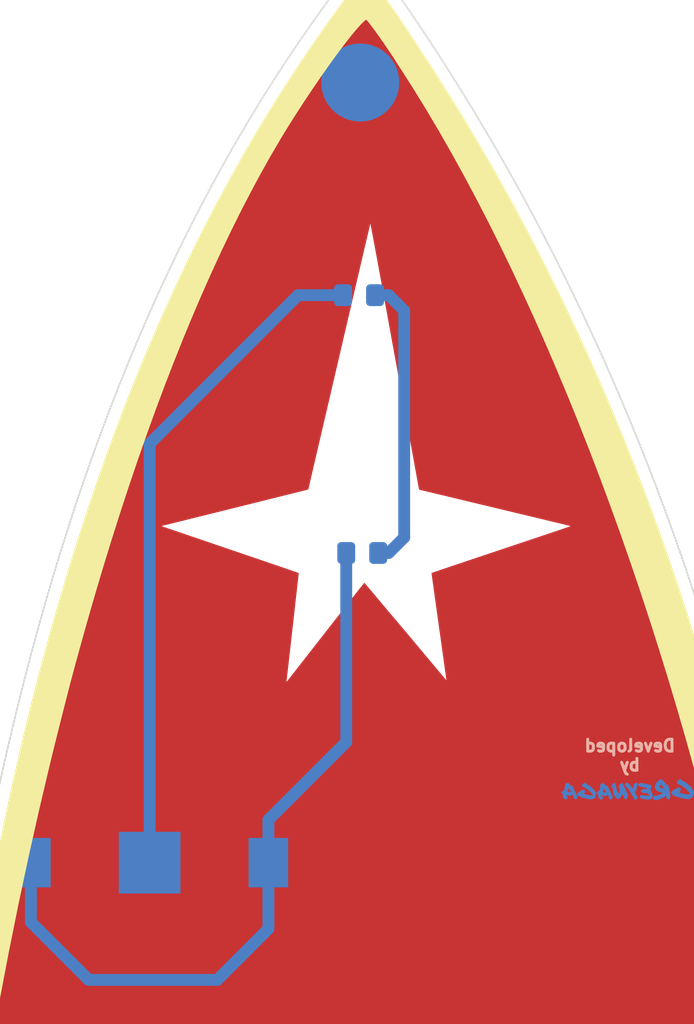
<source format=kicad_pcb>
(kicad_pcb (version 20171130) (host pcbnew 5.1.4-e60b266~84~ubuntu18.04.1)

  (general
    (thickness 1.6002)
    (drawings 1)
    (tracks 16)
    (zones 0)
    (modules 6)
    (nets 4)
  )

  (page USLetter)
  (title_block
    (rev 1)
  )

  (layers
    (0 Front signal hide)
    (31 Back signal)
    (34 B.Paste user)
    (35 F.Paste user)
    (36 B.SilkS user)
    (37 F.SilkS user)
    (38 B.Mask user)
    (39 F.Mask user hide)
    (44 Edge.Cuts user)
    (45 Margin user)
    (46 B.CrtYd user)
    (47 F.CrtYd user)
    (48 B.Fab user)
    (49 F.Fab user)
  )

  (setup
    (last_trace_width 0.254)
    (user_trace_width 0.254)
    (user_trace_width 0.508)
    (user_trace_width 0.762)
    (trace_clearance 0.1524)
    (zone_clearance 0.508)
    (zone_45_only no)
    (trace_min 0.1524)
    (via_size 0.6858)
    (via_drill 0.3302)
    (via_min_size 0.508)
    (via_min_drill 0.254)
    (user_via 0.6858 0.3302)
    (user_via 0.889 0.381)
    (uvia_size 0.6858)
    (uvia_drill 0.3302)
    (uvias_allowed no)
    (uvia_min_size 0)
    (uvia_min_drill 0)
    (edge_width 0.0381)
    (segment_width 0.254)
    (pcb_text_width 0.3048)
    (pcb_text_size 1.524 1.524)
    (mod_edge_width 0.127)
    (mod_text_size 0.762 0.762)
    (mod_text_width 0.127)
    (pad_size 1.524 1.524)
    (pad_drill 0.762)
    (pad_to_mask_clearance 0)
    (solder_mask_min_width 0.1016)
    (aux_axis_origin 0 0)
    (visible_elements FFFFFF7F)
    (pcbplotparams
      (layerselection 0x010fc_ffffffff)
      (usegerberextensions false)
      (usegerberattributes false)
      (usegerberadvancedattributes false)
      (creategerberjobfile false)
      (excludeedgelayer true)
      (linewidth 0.152400)
      (plotframeref false)
      (viasonmask false)
      (mode 1)
      (useauxorigin false)
      (hpglpennumber 1)
      (hpglpenspeed 20)
      (hpglpendiameter 15.000000)
      (psnegative false)
      (psa4output false)
      (plotreference true)
      (plotvalue false)
      (plotinvisibletext false)
      (padsonsilk false)
      (subtractmaskfromsilk true)
      (outputformat 1)
      (mirror false)
      (drillshape 0)
      (scaleselection 1)
      (outputdirectory "/home/greynaga/Github/Varios/StarTrek/Insignia_Original/001/Gerbers/"))
  )

  (net 0 "")
  (net 1 +3V3)
  (net 2 GND)
  (net 3 "Net-(D1-Pad2)")

  (net_class Default "This is the default net class."
    (clearance 0.1524)
    (trace_width 0.254)
    (via_dia 0.6858)
    (via_drill 0.3302)
    (uvia_dia 0.6858)
    (uvia_drill 0.3302)
    (diff_pair_width 0.1524)
    (diff_pair_gap 0.254)
    (add_net +3V3)
    (add_net GND)
    (add_net "Net-(D1-Pad2)")
  )

  (module StarTrek_original:TOS_Insignia_100mm_001 (layer Front) (tedit 0) (tstamp 5D8F4B05)
    (at 139.065 92.71)
    (fp_text reference Ref** (at 0 0) (layer F.SilkS) hide
      (effects (font (size 1.27 1.27) (thickness 0.15)))
    )
    (fp_text value Val** (at 0 0) (layer F.SilkS) hide
      (effects (font (size 1.27 1.27) (thickness 0.15)))
    )
    (fp_line (start -1.842794 -47.606888) (end -1.842787 -47.606674) (layer Edge.Cuts) (width 0.1))
    (fp_line (start -1.842794 -47.606888) (end -1.842794 -47.606888) (layer Edge.Cuts) (width 0.1))
    (fp_line (start -1.842794 -47.606888) (end -1.842794 -47.606888) (layer Edge.Cuts) (width 0.1))
    (fp_line (start -1.842794 -47.606888) (end -1.842794 -47.606888) (layer Edge.Cuts) (width 0.1))
    (fp_line (start -1.842794 -47.606888) (end -1.842794 -47.606888) (layer Edge.Cuts) (width 0.1))
    (fp_line (start -1.842794 -47.606888) (end -1.842794 -47.606888) (layer Edge.Cuts) (width 0.1))
    (fp_line (start -1.842794 -47.606888) (end -1.842794 -47.606888) (layer Edge.Cuts) (width 0.1))
    (fp_line (start -1.842794 -47.606888) (end -1.842794 -47.606888) (layer Edge.Cuts) (width 0.1))
    (fp_line (start -1.842794 -47.606888) (end -1.842794 -47.606888) (layer Edge.Cuts) (width 0.1))
    (fp_line (start -1.842794 -47.606888) (end -1.842794 -47.606888) (layer Edge.Cuts) (width 0.1))
    (fp_line (start -1.842794 -47.606888) (end -1.842794 -47.606888) (layer Edge.Cuts) (width 0.1))
    (fp_line (start -1.842794 -47.606887) (end -1.842794 -47.606888) (layer Edge.Cuts) (width 0.1))
    (fp_line (start -1.842794 -47.606887) (end -1.842794 -47.606887) (layer Edge.Cuts) (width 0.1))
    (fp_line (start -1.842794 -47.606887) (end -1.842794 -47.606887) (layer Edge.Cuts) (width 0.1))
    (fp_line (start -1.842794 -47.606887) (end -1.842794 -47.606887) (layer Edge.Cuts) (width 0.1))
    (fp_line (start -1.842794 -47.606887) (end -1.842794 -47.606887) (layer Edge.Cuts) (width 0.1))
    (fp_line (start -1.842794 -47.606887) (end -1.842794 -47.606887) (layer Edge.Cuts) (width 0.1))
    (fp_line (start -1.842794 -47.606887) (end -1.842794 -47.606887) (layer Edge.Cuts) (width 0.1))
    (fp_line (start -1.842794 -47.606887) (end -1.842794 -47.606887) (layer Edge.Cuts) (width 0.1))
    (fp_line (start -1.842794 -47.606887) (end -1.842794 -47.606887) (layer Edge.Cuts) (width 0.1))
    (fp_line (start -1.842794 -47.606887) (end -1.842794 -47.606887) (layer Edge.Cuts) (width 0.1))
    (fp_line (start -1.842794 -47.606887) (end -1.842794 -47.606887) (layer Edge.Cuts) (width 0.1))
    (fp_line (start -1.842794 -47.606887) (end -1.842794 -47.606887) (layer Edge.Cuts) (width 0.1))
    (fp_line (start -1.842794 -47.606887) (end -1.842794 -47.606887) (layer Edge.Cuts) (width 0.1))
    (fp_line (start -1.842794 -47.606887) (end -1.842794 -47.606887) (layer Edge.Cuts) (width 0.1))
    (fp_line (start -1.842794 -47.606887) (end -1.842794 -47.606887) (layer Edge.Cuts) (width 0.1))
    (fp_line (start -1.842794 -47.606887) (end -1.842794 -47.606887) (layer Edge.Cuts) (width 0.1))
    (fp_line (start -1.842794 -47.606887) (end -1.842794 -47.606887) (layer Edge.Cuts) (width 0.1))
    (fp_line (start -1.842794 -47.606887) (end -1.842794 -47.606887) (layer Edge.Cuts) (width 0.1))
    (fp_line (start -1.842794 -47.606887) (end -1.842794 -47.606887) (layer Edge.Cuts) (width 0.1))
    (fp_line (start -1.842794 -47.606887) (end -1.842794 -47.606887) (layer Edge.Cuts) (width 0.1))
    (fp_line (start -1.842794 -47.606887) (end -1.842794 -47.606887) (layer Edge.Cuts) (width 0.1))
    (fp_line (start -1.842794 -47.606887) (end -1.842794 -47.606887) (layer Edge.Cuts) (width 0.1))
    (fp_line (start -1.842794 -47.606887) (end -1.842794 -47.606887) (layer Edge.Cuts) (width 0.1))
    (fp_line (start -1.842794 -47.606887) (end -1.842794 -47.606887) (layer Edge.Cuts) (width 0.1))
    (fp_line (start -1.842794 -47.606887) (end -1.842794 -47.606887) (layer Edge.Cuts) (width 0.1))
    (fp_line (start -1.842794 -47.606887) (end -1.842794 -47.606887) (layer Edge.Cuts) (width 0.1))
    (fp_line (start -1.842794 -47.606887) (end -1.842794 -47.606887) (layer Edge.Cuts) (width 0.1))
    (fp_line (start -1.842794 -47.606887) (end -1.842794 -47.606887) (layer Edge.Cuts) (width 0.1))
    (fp_line (start -1.842794 -47.606887) (end -1.842794 -47.606887) (layer Edge.Cuts) (width 0.1))
    (fp_line (start -1.842794 -47.606887) (end -1.842794 -47.606887) (layer Edge.Cuts) (width 0.1))
    (fp_line (start -1.842794 -47.606887) (end -1.842794 -47.606887) (layer Edge.Cuts) (width 0.1))
    (fp_line (start -1.842794 -47.606887) (end -1.842794 -47.606887) (layer Edge.Cuts) (width 0.1))
    (fp_line (start -1.842794 -47.606886) (end -1.842794 -47.606887) (layer Edge.Cuts) (width 0.1))
    (fp_line (start -1.842794 -47.606886) (end -1.842794 -47.606886) (layer Edge.Cuts) (width 0.1))
    (fp_line (start -1.842794 -47.606886) (end -1.842794 -47.606886) (layer Edge.Cuts) (width 0.1))
    (fp_line (start -1.842794 -47.606886) (end -1.842794 -47.606886) (layer Edge.Cuts) (width 0.1))
    (fp_line (start -1.842794 -47.606886) (end -1.842794 -47.606886) (layer Edge.Cuts) (width 0.1))
    (fp_line (start -1.842794 -47.606886) (end -1.842794 -47.606886) (layer Edge.Cuts) (width 0.1))
    (fp_line (start -1.842794 -47.606886) (end -1.842794 -47.606886) (layer Edge.Cuts) (width 0.1))
    (fp_line (start -1.842794 -47.606886) (end -1.842794 -47.606886) (layer Edge.Cuts) (width 0.1))
    (fp_line (start -1.842794 -47.606886) (end -1.842794 -47.606886) (layer Edge.Cuts) (width 0.1))
    (fp_line (start -1.842794 -47.606886) (end -1.842794 -47.606886) (layer Edge.Cuts) (width 0.1))
    (fp_line (start -1.842794 -47.606886) (end -1.842794 -47.606886) (layer Edge.Cuts) (width 0.1))
    (fp_line (start -1.842794 -47.606886) (end -1.842794 -47.606886) (layer Edge.Cuts) (width 0.1))
    (fp_line (start -1.842794 -47.606886) (end -1.842794 -47.606886) (layer Edge.Cuts) (width 0.1))
    (fp_line (start -1.842794 -47.606886) (end -1.842794 -47.606886) (layer Edge.Cuts) (width 0.1))
    (fp_line (start -1.842794 -47.606886) (end -1.842794 -47.606886) (layer Edge.Cuts) (width 0.1))
    (fp_line (start -1.842794 -47.606886) (end -1.842794 -47.606886) (layer Edge.Cuts) (width 0.1))
    (fp_line (start -1.842794 -47.606886) (end -1.842794 -47.606886) (layer Edge.Cuts) (width 0.1))
    (fp_line (start -1.842794 -47.606886) (end -1.842794 -47.606886) (layer Edge.Cuts) (width 0.1))
    (fp_line (start -1.842794 -47.606886) (end -1.842794 -47.606886) (layer Edge.Cuts) (width 0.1))
    (fp_line (start -1.842794 -47.606886) (end -1.842794 -47.606886) (layer Edge.Cuts) (width 0.1))
    (fp_line (start -2.491634 -46.79455) (end -1.842794 -47.606886) (layer Edge.Cuts) (width 0.1))
    (fp_line (start -3.445259 -45.561073) (end -2.491634 -46.79455) (layer Edge.Cuts) (width 0.1))
    (fp_line (start -4.377699 -44.311589) (end -3.445259 -45.561073) (layer Edge.Cuts) (width 0.1))
    (fp_line (start -5.289203 -43.046449) (end -4.377699 -44.311589) (layer Edge.Cuts) (width 0.1))
    (fp_line (start -6.18002 -41.766003) (end -5.289203 -43.046449) (layer Edge.Cuts) (width 0.1))
    (fp_line (start -7.0504 -40.470601) (end -6.18002 -41.766003) (layer Edge.Cuts) (width 0.1))
    (fp_line (start -7.900591 -39.160592) (end -7.0504 -40.470601) (layer Edge.Cuts) (width 0.1))
    (fp_line (start -8.730842 -37.836329) (end -7.900591 -39.160592) (layer Edge.Cuts) (width 0.1))
    (fp_line (start -9.541404 -36.498159) (end -8.730842 -37.836329) (layer Edge.Cuts) (width 0.1))
    (fp_line (start -10.332525 -35.146434) (end -9.541404 -36.498159) (layer Edge.Cuts) (width 0.1))
    (fp_line (start -11.104455 -33.781503) (end -10.332525 -35.146434) (layer Edge.Cuts) (width 0.1))
    (fp_line (start -11.857442 -32.403716) (end -11.104455 -33.781503) (layer Edge.Cuts) (width 0.1))
    (fp_line (start -12.591736 -31.013425) (end -11.857442 -32.403716) (layer Edge.Cuts) (width 0.1))
    (fp_line (start -13.307586 -29.610978) (end -12.591736 -31.013425) (layer Edge.Cuts) (width 0.1))
    (fp_line (start -14.005242 -28.196726) (end -13.307586 -29.610978) (layer Edge.Cuts) (width 0.1))
    (fp_line (start -14.684952 -26.771019) (end -14.005242 -28.196726) (layer Edge.Cuts) (width 0.1))
    (fp_line (start -15.346966 -25.334207) (end -14.684952 -26.771019) (layer Edge.Cuts) (width 0.1))
    (fp_line (start -15.991533 -23.886641) (end -15.346966 -25.334207) (layer Edge.Cuts) (width 0.1))
    (fp_line (start -16.618902 -22.428669) (end -15.991533 -23.886641) (layer Edge.Cuts) (width 0.1))
    (fp_line (start -17.229323 -20.960644) (end -16.618902 -22.428669) (layer Edge.Cuts) (width 0.1))
    (fp_line (start -17.823044 -19.482913) (end -17.229323 -20.960644) (layer Edge.Cuts) (width 0.1))
    (fp_line (start -18.400316 -17.995828) (end -17.823044 -19.482913) (layer Edge.Cuts) (width 0.1))
    (fp_line (start -18.961386 -16.499739) (end -18.400316 -17.995828) (layer Edge.Cuts) (width 0.1))
    (fp_line (start -19.506505 -14.994996) (end -18.961386 -16.499739) (layer Edge.Cuts) (width 0.1))
    (fp_line (start -20.035921 -13.481948) (end -19.506505 -14.994996) (layer Edge.Cuts) (width 0.1))
    (fp_line (start -20.549884 -11.960947) (end -20.035921 -13.481948) (layer Edge.Cuts) (width 0.1))
    (fp_line (start -21.048644 -10.432342) (end -20.549884 -11.960947) (layer Edge.Cuts) (width 0.1))
    (fp_line (start -21.532448 -8.896483) (end -21.048644 -10.432342) (layer Edge.Cuts) (width 0.1))
    (fp_line (start -22.001547 -7.35372) (end -21.532448 -8.896483) (layer Edge.Cuts) (width 0.1))
    (fp_line (start -22.45619 -5.804404) (end -22.001547 -7.35372) (layer Edge.Cuts) (width 0.1))
    (fp_line (start -22.896625 -4.248884) (end -22.45619 -5.804404) (layer Edge.Cuts) (width 0.1))
    (fp_line (start -23.323103 -2.687511) (end -22.896625 -4.248884) (layer Edge.Cuts) (width 0.1))
    (fp_line (start -23.735872 -1.120634) (end -23.323103 -2.687511) (layer Edge.Cuts) (width 0.1))
    (fp_line (start -24.135182 0.451395) (end -23.735872 -1.120634) (layer Edge.Cuts) (width 0.1))
    (fp_line (start -24.521281 2.028228) (end -24.135182 0.451395) (layer Edge.Cuts) (width 0.1))
    (fp_line (start -24.89442 3.609514) (end -24.521281 2.028228) (layer Edge.Cuts) (width 0.1))
    (fp_line (start -25.254847 5.194902) (end -24.89442 3.609514) (layer Edge.Cuts) (width 0.1))
    (fp_line (start -25.602811 6.784043) (end -25.254847 5.194902) (layer Edge.Cuts) (width 0.1))
    (fp_line (start -25.938562 8.376587) (end -25.602811 6.784043) (layer Edge.Cuts) (width 0.1))
    (fp_line (start -26.262349 9.972184) (end -25.938562 8.376587) (layer Edge.Cuts) (width 0.1))
    (fp_line (start -26.574421 11.570482) (end -26.262349 9.972184) (layer Edge.Cuts) (width 0.1))
    (fp_line (start -26.875029 13.171134) (end -26.574421 11.570482) (layer Edge.Cuts) (width 0.1))
    (fp_line (start -27.16442 14.773787) (end -26.875029 13.171134) (layer Edge.Cuts) (width 0.1))
    (fp_line (start -27.442836 16.378093) (end -27.16442 14.773787) (layer Edge.Cuts) (width 0.1))
    (fp_line (start -27.710547 17.9837) (end -27.442836 16.378093) (layer Edge.Cuts) (width 0.1))
    (fp_line (start -27.967783 19.59026) (end -27.710547 17.9837) (layer Edge.Cuts) (width 0.1))
    (fp_line (start -28.214802 21.197421) (end -27.967783 19.59026) (layer Edge.Cuts) (width 0.1))
    (fp_line (start -28.451845 22.804835) (end -28.214802 21.197421) (layer Edge.Cuts) (width 0.1))
    (fp_line (start -28.679169 24.412149) (end -28.451845 22.804835) (layer Edge.Cuts) (width 0.1))
    (fp_line (start -28.897024 26.019016) (end -28.679169 24.412149) (layer Edge.Cuts) (width 0.1))
    (fp_line (start -29.10565 27.625083) (end -28.897024 26.019016) (layer Edge.Cuts) (width 0.1))
    (fp_line (start -29.305315 29.230003) (end -29.10565 27.625083) (layer Edge.Cuts) (width 0.1))
    (fp_line (start -29.49624 30.833423) (end -29.305315 29.230003) (layer Edge.Cuts) (width 0.1))
    (fp_line (start -29.678702 32.434994) (end -29.49624 30.833423) (layer Edge.Cuts) (width 0.1))
    (fp_line (start -29.852932 34.034367) (end -29.678702 32.434994) (layer Edge.Cuts) (width 0.1))
    (fp_line (start -30.019189 35.63119) (end -29.852932 34.034367) (layer Edge.Cuts) (width 0.1))
    (fp_line (start -30.177721 37.225114) (end -30.019189 35.63119) (layer Edge.Cuts) (width 0.1))
    (fp_line (start -30.328768 38.815789) (end -30.177721 37.225114) (layer Edge.Cuts) (width 0.1))
    (fp_line (start -30.472589 40.402864) (end -30.328768 38.815789) (layer Edge.Cuts) (width 0.1))
    (fp_line (start -30.609434 41.98599) (end -30.472589 40.402864) (layer Edge.Cuts) (width 0.1))
    (fp_line (start -30.739542 43.564817) (end -30.609434 41.98599) (layer Edge.Cuts) (width 0.1))
    (fp_line (start -30.863181 45.138993) (end -30.739542 43.564817) (layer Edge.Cuts) (width 0.1))
    (fp_line (start -30.980572 46.70817) (end -30.863181 45.138993) (layer Edge.Cuts) (width 0.1))
    (fp_line (start -31.091993 48.271997) (end -30.980572 46.70817) (layer Edge.Cuts) (width 0.1))
    (fp_line (start -30.702548 48.591279) (end -31.091993 48.271997) (layer Edge.Cuts) (width 0.1))
    (fp_line (start -30.071444 48.291232) (end -30.702548 48.591279) (layer Edge.Cuts) (width 0.1))
    (fp_line (start -29.447151 47.991843) (end -30.071444 48.291232) (layer Edge.Cuts) (width 0.1))
    (fp_line (start -28.829515 47.693121) (end -29.447151 47.991843) (layer Edge.Cuts) (width 0.1))
    (fp_line (start -28.218382 47.395095) (end -28.829515 47.693121) (layer Edge.Cuts) (width 0.1))
    (fp_line (start -27.6136 47.097774) (end -28.218382 47.395095) (layer Edge.Cuts) (width 0.1))
    (fp_line (start -27.015015 46.801175) (end -27.6136 47.097774) (layer Edge.Cuts) (width 0.1))
    (fp_line (start -26.422474 46.505317) (end -27.015015 46.801175) (layer Edge.Cuts) (width 0.1))
    (fp_line (start -25.835824 46.210239) (end -26.422474 46.505317) (layer Edge.Cuts) (width 0.1))
    (fp_line (start -25.254912 45.91593) (end -25.835824 46.210239) (layer Edge.Cuts) (width 0.1))
    (fp_line (start -24.679585 45.622427) (end -25.254912 45.91593) (layer Edge.Cuts) (width 0.1))
    (fp_line (start -24.109689 45.32974) (end -24.679585 45.622427) (layer Edge.Cuts) (width 0.1))
    (fp_line (start -23.545071 45.037887) (end -24.109689 45.32974) (layer Edge.Cuts) (width 0.1))
    (fp_line (start -22.985578 44.746897) (end -23.545071 45.037887) (layer Edge.Cuts) (width 0.1))
    (fp_line (start -22.431056 44.456787) (end -22.985578 44.746897) (layer Edge.Cuts) (width 0.1))
    (fp_line (start -21.881354 44.167558) (end -22.431056 44.456787) (layer Edge.Cuts) (width 0.1))
    (fp_line (start -21.336317 43.879246) (end -21.881354 44.167558) (layer Edge.Cuts) (width 0.1))
    (fp_line (start -20.795791 43.591871) (end -21.336317 43.879246) (layer Edge.Cuts) (width 0.1))
    (fp_line (start -20.259625 43.305442) (end -20.795791 43.591871) (layer Edge.Cuts) (width 0.1))
    (fp_line (start -19.727665 43.019977) (end -20.259625 43.305442) (layer Edge.Cuts) (width 0.1))
    (fp_line (start -19.199757 42.735504) (end -19.727665 43.019977) (layer Edge.Cuts) (width 0.1))
    (fp_line (start -18.675749 42.452031) (end -19.199757 42.735504) (layer Edge.Cuts) (width 0.1))
    (fp_line (start -18.155487 42.169579) (end -18.675749 42.452031) (layer Edge.Cuts) (width 0.1))
    (fp_line (start -17.638818 41.888174) (end -18.155487 42.169579) (layer Edge.Cuts) (width 0.1))
    (fp_line (start -17.125589 41.607826) (end -17.638818 41.888174) (layer Edge.Cuts) (width 0.1))
    (fp_line (start -16.615646 41.328554) (end -17.125589 41.607826) (layer Edge.Cuts) (width 0.1))
    (fp_line (start -16.108837 41.050385) (end -16.615646 41.328554) (layer Edge.Cuts) (width 0.1))
    (fp_line (start -15.605008 40.773338) (end -16.108837 41.050385) (layer Edge.Cuts) (width 0.1))
    (fp_line (start -15.104006 40.497412) (end -15.605008 40.773338) (layer Edge.Cuts) (width 0.1))
    (fp_line (start -14.605678 40.222645) (end -15.104006 40.497412) (layer Edge.Cuts) (width 0.1))
    (fp_line (start -14.109871 39.949057) (end -14.605678 40.222645) (layer Edge.Cuts) (width 0.1))
    (fp_line (start -13.616431 39.676654) (end -14.109871 39.949057) (layer Edge.Cuts) (width 0.1))
    (fp_line (start -13.125206 39.405457) (end -13.616431 39.676654) (layer Edge.Cuts) (width 0.1))
    (fp_line (start -12.636041 39.135483) (end -13.125206 39.405457) (layer Edge.Cuts) (width 0.1))
    (fp_line (start -12.148785 38.866762) (end -12.636041 39.135483) (layer Edge.Cuts) (width 0.1))
    (fp_line (start -11.663283 38.599311) (end -12.148785 38.866762) (layer Edge.Cuts) (width 0.1))
    (fp_line (start -11.179383 38.333129) (end -11.663283 38.599311) (layer Edge.Cuts) (width 0.1))
    (fp_line (start -10.69693 38.068255) (end -11.179383 38.333129) (layer Edge.Cuts) (width 0.1))
    (fp_line (start -10.215774 37.804707) (end -10.69693 38.068255) (layer Edge.Cuts) (width 0.1))
    (fp_line (start -9.735759 37.542494) (end -10.215774 37.804707) (layer Edge.Cuts) (width 0.1))
    (fp_line (start -9.256732 37.281634) (end -9.735759 37.542494) (layer Edge.Cuts) (width 0.1))
    (fp_line (start -8.778542 37.022157) (end -9.256732 37.281634) (layer Edge.Cuts) (width 0.1))
    (fp_line (start -8.301033 36.764069) (end -8.778542 37.022157) (layer Edge.Cuts) (width 0.1))
    (fp_line (start -7.824054 36.507391) (end -8.301033 36.764069) (layer Edge.Cuts) (width 0.1))
    (fp_line (start -7.347451 36.252151) (end -7.824054 36.507391) (layer Edge.Cuts) (width 0.1))
    (fp_line (start -6.87107 35.998356) (end -7.347451 36.252151) (layer Edge.Cuts) (width 0.1))
    (fp_line (start -6.394759 35.746036) (end -6.87107 35.998356) (layer Edge.Cuts) (width 0.1))
    (fp_line (start -5.918364 35.49519) (end -6.394759 35.746036) (layer Edge.Cuts) (width 0.1))
    (fp_line (start -5.441733 35.245865) (end -5.918364 35.49519) (layer Edge.Cuts) (width 0.1))
    (fp_line (start -4.964712 34.998051) (end -5.441733 35.245865) (layer Edge.Cuts) (width 0.1))
    (fp_line (start -4.487147 34.751785) (end -4.964712 34.998051) (layer Edge.Cuts) (width 0.1))
    (fp_line (start -4.008886 34.507087) (end -4.487147 34.751785) (layer Edge.Cuts) (width 0.1))
    (fp_line (start -3.529775 34.263964) (end -4.008886 34.507087) (layer Edge.Cuts) (width 0.1))
    (fp_line (start -3.049662 34.022437) (end -3.529775 34.263964) (layer Edge.Cuts) (width 0.1))
    (fp_line (start -2.568392 33.782532) (end -3.049662 34.022437) (layer Edge.Cuts) (width 0.1))
    (fp_line (start -2.085814 33.544249) (end -2.568392 33.782532) (layer Edge.Cuts) (width 0.1))
    (fp_line (start -1.601773 33.307636) (end -2.085814 33.544249) (layer Edge.Cuts) (width 0.1))
    (fp_line (start -1.116116 33.072692) (end -1.601773 33.307636) (layer Edge.Cuts) (width 0.1))
    (fp_line (start -0.628691 32.839435) (end -1.116116 33.072692) (layer Edge.Cuts) (width 0.1))
    (fp_line (start -0.139343 32.607884) (end -0.628691 32.839435) (layer Edge.Cuts) (width 0.1))
    (fp_line (start 0.352079 32.378067) (end -0.139343 32.607884) (layer Edge.Cuts) (width 0.1))
    (fp_line (start 0.84573 32.149993) (end 0.352079 32.378067) (layer Edge.Cuts) (width 0.1))
    (fp_line (start 1.341762 31.92369) (end 0.84573 32.149993) (layer Edge.Cuts) (width 0.1))
    (fp_line (start 1.840329 31.699168) (end 1.341762 31.92369) (layer Edge.Cuts) (width 0.1))
    (fp_line (start 2.105093 31.590698) (end 1.840329 31.699168) (layer Edge.Cuts) (width 0.1))
    (fp_line (start 2.251218 31.541608) (end 2.105093 31.590698) (layer Edge.Cuts) (width 0.1))
    (fp_line (start 2.396651 31.494768) (end 2.251218 31.541608) (layer Edge.Cuts) (width 0.1))
    (fp_line (start 2.541367 31.450168) (end 2.396651 31.494768) (layer Edge.Cuts) (width 0.1))
    (fp_line (start 2.685361 31.407758) (end 2.541367 31.450168) (layer Edge.Cuts) (width 0.1))
    (fp_line (start 2.828607 31.367508) (end 2.685361 31.407758) (layer Edge.Cuts) (width 0.1))
    (fp_line (start 2.971101 31.329398) (end 2.828607 31.367508) (layer Edge.Cuts) (width 0.1))
    (fp_line (start 3.112816 31.293388) (end 2.971101 31.329398) (layer Edge.Cuts) (width 0.1))
    (fp_line (start 3.253748 31.259448) (end 3.112816 31.293388) (layer Edge.Cuts) (width 0.1))
    (fp_line (start 3.393871 31.227548) (end 3.253748 31.259448) (layer Edge.Cuts) (width 0.1))
    (fp_line (start 3.533179 31.197638) (end 3.393871 31.227548) (layer Edge.Cuts) (width 0.1))
    (fp_line (start 3.671649 31.169778) (end 3.533179 31.197638) (layer Edge.Cuts) (width 0.1))
    (fp_line (start 3.809273 31.143748) (end 3.671649 31.169778) (layer Edge.Cuts) (width 0.1))
    (fp_line (start 3.946027 31.119728) (end 3.809273 31.143748) (layer Edge.Cuts) (width 0.1))
    (fp_line (start 4.081906 31.097578) (end 3.946027 31.119728) (layer Edge.Cuts) (width 0.1))
    (fp_line (start 4.216884 31.077268) (end 4.081906 31.097578) (layer Edge.Cuts) (width 0.1))
    (fp_line (start 4.350956 31.058768) (end 4.216884 31.077268) (layer Edge.Cuts) (width 0.1))
    (fp_line (start 4.484096 31.042048) (end 4.350956 31.058768) (layer Edge.Cuts) (width 0.1))
    (fp_line (start 4.6163 31.027078) (end 4.484096 31.042048) (layer Edge.Cuts) (width 0.1))
    (fp_line (start 4.747542 31.013818) (end 4.6163 31.027078) (layer Edge.Cuts) (width 0.1))
    (fp_line (start 4.877816 31.002348) (end 4.747542 31.013818) (layer Edge.Cuts) (width 0.1))
    (fp_line (start 5.007097 30.992448) (end 4.877816 31.002348) (layer Edge.Cuts) (width 0.1))
    (fp_line (start 5.135381 30.984248) (end 5.007097 30.992448) (layer Edge.Cuts) (width 0.1))
    (fp_line (start 5.262651 30.977648) (end 5.135381 30.984248) (layer Edge.Cuts) (width 0.1))
    (fp_line (start 5.388872 30.972648) (end 5.262651 30.977648) (layer Edge.Cuts) (width 0.1))
    (fp_line (start 5.51406 30.969103) (end 5.388872 30.972648) (layer Edge.Cuts) (width 0.1))
    (fp_line (start 5.638178 30.967109) (end 5.51406 30.969103) (layer Edge.Cuts) (width 0.1))
    (fp_line (start 5.761211 30.966569) (end 5.638178 30.967109) (layer Edge.Cuts) (width 0.1))
    (fp_line (start 5.883155 30.967497) (end 5.761211 30.966569) (layer Edge.Cuts) (width 0.1))
    (fp_line (start 6.003993 30.969791) (end 5.883155 30.967497) (layer Edge.Cuts) (width 0.1))
    (fp_line (start 6.1237 30.973591) (end 6.003993 30.969791) (layer Edge.Cuts) (width 0.1))
    (fp_line (start 6.242262 30.978691) (end 6.1237 30.973591) (layer Edge.Cuts) (width 0.1))
    (fp_line (start 6.359672 30.984991) (end 6.242262 30.978691) (layer Edge.Cuts) (width 0.1))
    (fp_line (start 6.475906 30.992691) (end 6.359672 30.984991) (layer Edge.Cuts) (width 0.1))
    (fp_line (start 6.590958 31.001591) (end 6.475906 30.992691) (layer Edge.Cuts) (width 0.1))
    (fp_line (start 6.704813 31.011731) (end 6.590958 31.001591) (layer Edge.Cuts) (width 0.1))
    (fp_line (start 6.817445 31.023051) (end 6.704813 31.011731) (layer Edge.Cuts) (width 0.1))
    (fp_line (start 6.928839 31.035521) (end 6.817445 31.023051) (layer Edge.Cuts) (width 0.1))
    (fp_line (start 7.03899 31.049221) (end 6.928839 31.035521) (layer Edge.Cuts) (width 0.1))
    (fp_line (start 7.147883 31.063901) (end 7.03899 31.049221) (layer Edge.Cuts) (width 0.1))
    (fp_line (start 7.255492 31.079641) (end 7.147883 31.063901) (layer Edge.Cuts) (width 0.1))
    (fp_line (start 7.361811 31.096511) (end 7.255492 31.079641) (layer Edge.Cuts) (width 0.1))
    (fp_line (start 7.466816 31.114371) (end 7.361811 31.096511) (layer Edge.Cuts) (width 0.1))
    (fp_line (start 7.570492 31.133201) (end 7.466816 31.114371) (layer Edge.Cuts) (width 0.1))
    (fp_line (start 7.672832 31.152961) (end 7.570492 31.133201) (layer Edge.Cuts) (width 0.1))
    (fp_line (start 7.773822 31.173621) (end 7.672832 31.152961) (layer Edge.Cuts) (width 0.1))
    (fp_line (start 7.873432 31.195151) (end 7.773822 31.173621) (layer Edge.Cuts) (width 0.1))
    (fp_line (start 7.971662 31.217521) (end 7.873432 31.195151) (layer Edge.Cuts) (width 0.1))
    (fp_line (start 8.068492 31.240701) (end 7.971662 31.217521) (layer Edge.Cuts) (width 0.1))
    (fp_line (start 8.163892 31.264761) (end 8.068492 31.240701) (layer Edge.Cuts) (width 0.1))
    (fp_line (start 8.257882 31.289461) (end 8.163892 31.264761) (layer Edge.Cuts) (width 0.1))
    (fp_line (start 8.350412 31.314981) (end 8.257882 31.289461) (layer Edge.Cuts) (width 0.1))
    (fp_line (start 8.441482 31.341181) (end 8.350412 31.314981) (layer Edge.Cuts) (width 0.1))
    (fp_line (start 8.531082 31.368031) (end 8.441482 31.341181) (layer Edge.Cuts) (width 0.1))
    (fp_line (start 8.619182 31.395501) (end 8.531082 31.368031) (layer Edge.Cuts) (width 0.1))
    (fp_line (start 8.705772 31.423561) (end 8.619182 31.395501) (layer Edge.Cuts) (width 0.1))
    (fp_line (start 8.790832 31.452171) (end 8.705772 31.423561) (layer Edge.Cuts) (width 0.1))
    (fp_line (start 8.874362 31.481311) (end 8.790832 31.452171) (layer Edge.Cuts) (width 0.1))
    (fp_line (start 8.956332 31.511021) (end 8.874362 31.481311) (layer Edge.Cuts) (width 0.1))
    (fp_line (start 9.036742 31.541171) (end 8.956332 31.511021) (layer Edge.Cuts) (width 0.1))
    (fp_line (start 9.115552 31.571761) (end 9.036742 31.541171) (layer Edge.Cuts) (width 0.1))
    (fp_line (start 9.192772 31.602761) (end 9.115552 31.571761) (layer Edge.Cuts) (width 0.1))
    (fp_line (start 9.268372 31.634141) (end 9.192772 31.602761) (layer Edge.Cuts) (width 0.1))
    (fp_line (start 9.342342 31.665881) (end 9.268372 31.634141) (layer Edge.Cuts) (width 0.1))
    (fp_line (start 9.417132 31.702471) (end 9.342342 31.665881) (layer Edge.Cuts) (width 0.1))
    (fp_line (start 9.506652 31.749951) (end 9.417132 31.702471) (layer Edge.Cuts) (width 0.1))
    (fp_line (start 9.610627 31.806521) (end 9.506652 31.749951) (layer Edge.Cuts) (width 0.1))
    (fp_line (start 9.728688 31.871911) (end 9.610627 31.806521) (layer Edge.Cuts) (width 0.1))
    (fp_line (start 9.860404 31.945891) (end 9.728688 31.871911) (layer Edge.Cuts) (width 0.1))
    (fp_line (start 10.005393 32.028181) (end 9.860404 31.945891) (layer Edge.Cuts) (width 0.1))
    (fp_line (start 10.163242 32.118521) (end 10.005393 32.028181) (layer Edge.Cuts) (width 0.1))
    (fp_line (start 10.33356 32.216642) (end 10.163242 32.118521) (layer Edge.Cuts) (width 0.1))
    (fp_line (start 10.515935 32.322303) (end 10.33356 32.216642) (layer Edge.Cuts) (width 0.1))
    (fp_line (start 10.709974 32.435221) (end 10.515935 32.322303) (layer Edge.Cuts) (width 0.1))
    (fp_line (start 10.915265 32.555145) (end 10.709974 32.435221) (layer Edge.Cuts) (width 0.1))
    (fp_line (start 11.131407 32.681804) (end 10.915265 32.555145) (layer Edge.Cuts) (width 0.1))
    (fp_line (start 11.358008 32.814955) (end 11.131407 32.681804) (layer Edge.Cuts) (width 0.1))
    (fp_line (start 11.594655 32.954316) (end 11.358008 32.814955) (layer Edge.Cuts) (width 0.1))
    (fp_line (start 11.840957 33.099636) (end 11.594655 32.954316) (layer Edge.Cuts) (width 0.1))
    (fp_line (start 12.096491 33.250644) (end 11.840957 33.099636) (layer Edge.Cuts) (width 0.1))
    (fp_line (start 12.360885 33.407087) (end 12.096491 33.250644) (layer Edge.Cuts) (width 0.1))
    (fp_line (start 12.633718 33.568703) (end 12.360885 33.407087) (layer Edge.Cuts) (width 0.1))
    (fp_line (start 12.914588 33.73523) (end 12.633718 33.568703) (layer Edge.Cuts) (width 0.1))
    (fp_line (start 13.203091 33.906398) (end 12.914588 33.73523) (layer Edge.Cuts) (width 0.1))
    (fp_line (start 13.49884 34.081954) (end 13.203091 33.906398) (layer Edge.Cuts) (width 0.1))
    (fp_line (start 13.80142 34.261636) (end 13.49884 34.081954) (layer Edge.Cuts) (width 0.1))
    (fp_line (start 14.110432 34.445173) (end 13.80142 34.261636) (layer Edge.Cuts) (width 0.1))
    (fp_line (start 14.425475 34.632322) (end 14.110432 34.445173) (layer Edge.Cuts) (width 0.1))
    (fp_line (start 14.746146 34.822802) (end 14.425475 34.632322) (layer Edge.Cuts) (width 0.1))
    (fp_line (start 15.072043 35.016352) (end 14.746146 34.822802) (layer Edge.Cuts) (width 0.1))
    (fp_line (start 15.402764 35.212729) (end 15.072043 35.016352) (layer Edge.Cuts) (width 0.1))
    (fp_line (start 15.737908 35.411651) (end 15.402764 35.212729) (layer Edge.Cuts) (width 0.1))
    (fp_line (start 16.077072 35.612868) (end 15.737908 35.411651) (layer Edge.Cuts) (width 0.1))
    (fp_line (start 16.419854 35.816116) (end 16.077072 35.612868) (layer Edge.Cuts) (width 0.1))
    (fp_line (start 16.765853 36.021124) (end 16.419854 35.816116) (layer Edge.Cuts) (width 0.1))
    (fp_line (start 17.114666 36.227641) (end 16.765853 36.021124) (layer Edge.Cuts) (width 0.1))
    (fp_line (start 17.46589 36.435405) (end 17.114666 36.227641) (layer Edge.Cuts) (width 0.1))
    (fp_line (start 17.819126 36.644143) (end 17.46589 36.435405) (layer Edge.Cuts) (width 0.1))
    (fp_line (start 18.173969 36.853615) (end 17.819126 36.644143) (layer Edge.Cuts) (width 0.1))
    (fp_line (start 18.530018 37.063538) (end 18.173969 36.853615) (layer Edge.Cuts) (width 0.1))
    (fp_line (start 18.886871 37.27365) (end 18.530018 37.063538) (layer Edge.Cuts) (width 0.1))
    (fp_line (start 19.244127 37.48371) (end 18.886871 37.27365) (layer Edge.Cuts) (width 0.1))
    (fp_line (start 19.601383 37.693436) (end 19.244127 37.48371) (layer Edge.Cuts) (width 0.1))
    (fp_line (start 19.958236 37.902576) (end 19.601383 37.693436) (layer Edge.Cuts) (width 0.1))
    (fp_line (start 20.314286 38.110868) (end 19.958236 37.902576) (layer Edge.Cuts) (width 0.1))
    (fp_line (start 20.66913 38.318041) (end 20.314286 38.110868) (layer Edge.Cuts) (width 0.1))
    (fp_line (start 21.022365 38.523843) (end 20.66913 38.318041) (layer Edge.Cuts) (width 0.1))
    (fp_line (start 21.373591 38.728011) (end 21.022365 38.523843) (layer Edge.Cuts) (width 0.1))
    (fp_line (start 21.722405 38.930275) (end 21.373591 38.728011) (layer Edge.Cuts) (width 0.1))
    (fp_line (start 22.068405 39.130392) (end 21.722405 38.930275) (layer Edge.Cuts) (width 0.1))
    (fp_line (start 22.411188 39.328071) (end 22.068405 39.130392) (layer Edge.Cuts) (width 0.1))
    (fp_line (start 22.750354 39.52308) (end 22.411188 39.328071) (layer Edge.Cuts) (width 0.1))
    (fp_line (start 23.085499 39.715146) (end 22.750354 39.52308) (layer Edge.Cuts) (width 0.1))
    (fp_line (start 23.416223 39.903999) (end 23.085499 39.715146) (layer Edge.Cuts) (width 0.1))
    (fp_line (start 23.742122 40.089387) (end 23.416223 39.903999) (layer Edge.Cuts) (width 0.1))
    (fp_line (start 24.062795 40.271037) (end 23.742122 40.089387) (layer Edge.Cuts) (width 0.1))
    (fp_line (start 24.37784 40.448698) (end 24.062795 40.271037) (layer Edge.Cuts) (width 0.1))
    (fp_line (start 24.686855 40.622118) (end 24.37784 40.448698) (layer Edge.Cuts) (width 0.1))
    (fp_line (start 24.989438 40.791005) (end 24.686855 40.622118) (layer Edge.Cuts) (width 0.1))
    (fp_line (start 25.285187 40.955128) (end 24.989438 40.791005) (layer Edge.Cuts) (width 0.1))
    (fp_line (start 25.573695 41.114205) (end 25.285187 40.955128) (layer Edge.Cuts) (width 0.1))
    (fp_line (start 25.854571 41.267983) (end 25.573695 41.114205) (layer Edge.Cuts) (width 0.1))
    (fp_line (start 26.127403 41.416202) (end 25.854571 41.267983) (layer Edge.Cuts) (width 0.1))
    (fp_line (start 26.391799 41.558589) (end 26.127403 41.416202) (layer Edge.Cuts) (width 0.1))
    (fp_line (start 26.647347 41.694893) (end 26.391799 41.558589) (layer Edge.Cuts) (width 0.1))
    (fp_line (start 26.893644 41.824851) (end 26.647347 41.694893) (layer Edge.Cuts) (width 0.1))
    (fp_line (start 27.130298 41.948202) (end 26.893644 41.824851) (layer Edge.Cuts) (width 0.1))
    (fp_line (start 27.356899 42.064675) (end 27.130298 41.948202) (layer Edge.Cuts) (width 0.1))
    (fp_line (start 27.400439 41.090747) (end 27.356899 42.064675) (layer Edge.Cuts) (width 0.1))
    (fp_line (start 27.344959 39.575388) (end 27.400439 41.090747) (layer Edge.Cuts) (width 0.1))
    (fp_line (start 27.276569 38.061034) (end 27.344959 39.575388) (layer Edge.Cuts) (width 0.1))
    (fp_line (start 27.195259 36.547817) (end 27.276569 38.061034) (layer Edge.Cuts) (width 0.1))
    (fp_line (start 27.101029 35.035867) (end 27.195259 36.547817) (layer Edge.Cuts) (width 0.1))
    (fp_line (start 26.99387 33.525315) (end 27.101029 35.035867) (layer Edge.Cuts) (width 0.1))
    (fp_line (start 26.873784 32.016293) (end 26.99387 33.525315) (layer Edge.Cuts) (width 0.1))
    (fp_line (start 26.740746 30.508932) (end 26.873784 32.016293) (layer Edge.Cuts) (width 0.1))
    (fp_line (start 26.594769 29.003362) (end 26.740746 30.508932) (layer Edge.Cuts) (width 0.1))
    (fp_line (start 26.435837 27.499716) (end 26.594769 29.003362) (layer Edge.Cuts) (width 0.1))
    (fp_line (start 26.263945 25.998123) (end 26.435837 27.499716) (layer Edge.Cuts) (width 0.1))
    (fp_line (start 26.079085 24.498715) (end 26.263945 25.998123) (layer Edge.Cuts) (width 0.1))
    (fp_line (start 25.881263 23.001624) (end 26.079085 24.498715) (layer Edge.Cuts) (width 0.1))
    (fp_line (start 25.670451 21.50698) (end 25.881263 23.001624) (layer Edge.Cuts) (width 0.1))
    (fp_line (start 25.446664 20.014914) (end 25.670451 21.50698) (layer Edge.Cuts) (width 0.1))
    (fp_line (start 25.209896 18.525558) (end 25.446664 20.014914) (layer Edge.Cuts) (width 0.1))
    (fp_line (start 24.960121 17.039042) (end 25.209896 18.525558) (layer Edge.Cuts) (width 0.1))
    (fp_line (start 24.697342 15.555498) (end 24.960121 17.039042) (layer Edge.Cuts) (width 0.1))
    (fp_line (start 24.421564 14.075057) (end 24.697342 15.555498) (layer Edge.Cuts) (width 0.1))
    (fp_line (start 24.13277 12.59785) (end 24.421564 14.075057) (layer Edge.Cuts) (width 0.1))
    (fp_line (start 23.830958 11.124008) (end 24.13277 12.59785) (layer Edge.Cuts) (width 0.1))
    (fp_line (start 23.516118 9.653662) (end 23.830958 11.124008) (layer Edge.Cuts) (width 0.1))
    (fp_line (start 23.188247 8.186943) (end 23.516118 9.653662) (layer Edge.Cuts) (width 0.1))
    (fp_line (start 22.847337 6.723983) (end 23.188247 8.186943) (layer Edge.Cuts) (width 0.1))
    (fp_line (start 22.493384 5.264912) (end 22.847337 6.723983) (layer Edge.Cuts) (width 0.1))
    (fp_line (start 22.126381 3.809862) (end 22.493384 5.264912) (layer Edge.Cuts) (width 0.1))
    (fp_line (start 21.746321 2.358963) (end 22.126381 3.809862) (layer Edge.Cuts) (width 0.1))
    (fp_line (start 21.353199 0.912347) (end 21.746321 2.358963) (layer Edge.Cuts) (width 0.1))
    (fp_line (start 20.947009 -0.529855) (end 21.353199 0.912347) (layer Edge.Cuts) (width 0.1))
    (fp_line (start 20.527745 -1.967512) (end 20.947009 -0.529855) (layer Edge.Cuts) (width 0.1))
    (fp_line (start 20.0954 -3.400493) (end 20.527745 -1.967512) (layer Edge.Cuts) (width 0.1))
    (fp_line (start 19.649968 -4.828667) (end 20.0954 -3.400493) (layer Edge.Cuts) (width 0.1))
    (fp_line (start 19.191444 -6.251902) (end 19.649968 -4.828667) (layer Edge.Cuts) (width 0.1))
    (fp_line (start 18.719821 -7.670068) (end 19.191444 -6.251902) (layer Edge.Cuts) (width 0.1))
    (fp_line (start 18.235093 -9.083034) (end 18.719821 -7.670068) (layer Edge.Cuts) (width 0.1))
    (fp_line (start 17.737255 -10.490668) (end 18.235093 -9.083034) (layer Edge.Cuts) (width 0.1))
    (fp_line (start 17.226299 -11.892839) (end 17.737255 -10.490668) (layer Edge.Cuts) (width 0.1))
    (fp_line (start 16.70222 -13.289417) (end 17.226299 -11.892839) (layer Edge.Cuts) (width 0.1))
    (fp_line (start 16.165012 -14.680269) (end 16.70222 -13.289417) (layer Edge.Cuts) (width 0.1))
    (fp_line (start 15.614669 -16.065266) (end 16.165012 -14.680269) (layer Edge.Cuts) (width 0.1))
    (fp_line (start 15.051185 -17.444275) (end 15.614669 -16.065266) (layer Edge.Cuts) (width 0.1))
    (fp_line (start 14.474553 -18.817166) (end 15.051185 -17.444275) (layer Edge.Cuts) (width 0.1))
    (fp_line (start 13.884768 -20.183808) (end 14.474553 -18.817166) (layer Edge.Cuts) (width 0.1))
    (fp_line (start 13.281823 -21.544069) (end 13.884768 -20.183808) (layer Edge.Cuts) (width 0.1))
    (fp_line (start 12.665712 -22.897819) (end 13.281823 -21.544069) (layer Edge.Cuts) (width 0.1))
    (fp_line (start 12.03643 -24.244926) (end 12.665712 -22.897819) (layer Edge.Cuts) (width 0.1))
    (fp_line (start 11.393969 -25.58526) (end 12.03643 -24.244926) (layer Edge.Cuts) (width 0.1))
    (fp_line (start 10.738325 -26.918688) (end 11.393969 -25.58526) (layer Edge.Cuts) (width 0.1))
    (fp_line (start 10.069491 -28.245081) (end 10.738325 -26.918688) (layer Edge.Cuts) (width 0.1))
    (fp_line (start 9.387461 -29.564306) (end 10.069491 -28.245081) (layer Edge.Cuts) (width 0.1))
    (fp_line (start 8.692229 -30.876234) (end 9.387461 -29.564306) (layer Edge.Cuts) (width 0.1))
    (fp_line (start 7.983788 -32.180732) (end 8.692229 -30.876234) (layer Edge.Cuts) (width 0.1))
    (fp_line (start 7.262133 -33.477669) (end 7.983788 -32.180732) (layer Edge.Cuts) (width 0.1))
    (fp_line (start 6.527258 -34.766915) (end 7.262133 -33.477669) (layer Edge.Cuts) (width 0.1))
    (fp_line (start 5.779156 -36.048339) (end 6.527258 -34.766915) (layer Edge.Cuts) (width 0.1))
    (fp_line (start 5.017821 -37.321809) (end 5.779156 -36.048339) (layer Edge.Cuts) (width 0.1))
    (fp_line (start 4.243248 -38.587194) (end 5.017821 -37.321809) (layer Edge.Cuts) (width 0.1))
    (fp_line (start 3.45543 -39.844363) (end 4.243248 -38.587194) (layer Edge.Cuts) (width 0.1))
    (fp_line (start 2.654361 -41.093185) (end 3.45543 -39.844363) (layer Edge.Cuts) (width 0.1))
    (fp_line (start 1.840036 -42.333529) (end 2.654361 -41.093185) (layer Edge.Cuts) (width 0.1))
    (fp_line (start 1.012447 -43.565264) (end 1.840036 -42.333529) (layer Edge.Cuts) (width 0.1))
    (fp_line (start 0.171589 -44.788258) (end 1.012447 -43.565264) (layer Edge.Cuts) (width 0.1))
    (fp_line (start -0.682544 -46.002381) (end 0.171589 -44.788258) (layer Edge.Cuts) (width 0.1))
    (fp_line (start -1.549958 -47.207502) (end -0.682544 -46.002381) (layer Edge.Cuts) (width 0.1))
    (fp_line (start -1.842787 -47.606674) (end -1.549958 -47.207502) (layer Edge.Cuts) (width 0.1))
    (fp_poly (pts (xy -1.689629 -45.934305) (xy -1.658507 -45.915928) (xy -1.611642 -45.872959) (xy -1.542807 -45.795636)
      (xy -1.452925 -45.685211) (xy -1.342921 -45.542939) (xy -1.213719 -45.370072) (xy -1.066241 -45.167864)
      (xy -0.901413 -44.937569) (xy -0.720158 -44.68044) (xy -0.523401 -44.39773) (xy -0.312064 -44.090693)
      (xy -0.298413 -44.070754) (xy -0.217147 -43.95264) (xy -0.142275 -43.844989) (xy -0.077592 -43.753165)
      (xy -0.026895 -43.682532) (xy 0.006021 -43.638456) (xy 0.015457 -43.627186) (xy 0.037335 -43.599225)
      (xy 0.080583 -43.538306) (xy 0.143521 -43.446979) (xy 0.224469 -43.327792) (xy 0.321747 -43.183295)
      (xy 0.433675 -43.016038) (xy 0.558572 -42.82857) (xy 0.694758 -42.62344) (xy 0.840554 -42.403197)
      (xy 0.994278 -42.170392) (xy 1.15425 -41.927573) (xy 1.318791 -41.677289) (xy 1.48622 -41.42209)
      (xy 1.654856 -41.164526) (xy 1.82302 -40.907146) (xy 1.989031 -40.652499) (xy 2.15121 -40.403134)
      (xy 2.307875 -40.161601) (xy 2.457347 -39.93045) (xy 2.597945 -39.712229) (xy 2.681767 -39.581666)
      (xy 3.914416 -37.620795) (xy 5.118138 -35.629464) (xy 6.292637 -33.608399) (xy 7.437615 -31.558325)
      (xy 8.552777 -29.479966) (xy 9.637824 -27.374048) (xy 10.692461 -25.241297) (xy 11.71639 -23.082436)
      (xy 12.709315 -20.89819) (xy 13.670938 -18.689286) (xy 14.600963 -16.456448) (xy 15.499092 -14.2004)
      (xy 16.36503 -11.921868) (xy 17.198479 -9.621578) (xy 17.999142 -7.300253) (xy 18.766722 -4.958619)
      (xy 19.500923 -2.597401) (xy 20.201448 -0.217325) (xy 20.867999 2.180886) (xy 21.50028 4.596506)
      (xy 22.097994 7.02881) (xy 22.529391 8.89) (xy 23.088444 11.460404) (xy 23.6082 14.045226)
      (xy 24.088348 16.642378) (xy 24.528572 19.24977) (xy 24.928559 21.865312) (xy 25.287996 24.486917)
      (xy 25.606568 27.112494) (xy 25.883962 29.739953) (xy 26.119865 32.367207) (xy 26.192438 33.284584)
      (xy 26.225706 33.727143) (xy 26.258269 34.173562) (xy 26.290001 34.621518) (xy 26.320774 35.06869)
      (xy 26.350462 35.512757) (xy 26.378938 35.951398) (xy 26.406074 36.38229) (xy 26.431745 36.803112)
      (xy 26.455824 37.211544) (xy 26.478183 37.605263) (xy 26.498695 37.981949) (xy 26.517234 38.339279)
      (xy 26.533674 38.674933) (xy 26.547886 38.986588) (xy 26.559744 39.271924) (xy 26.569122 39.528619)
      (xy 26.575893 39.754351) (xy 26.579929 39.9468) (xy 26.581104 40.103643) (xy 26.579291 40.22256)
      (xy 26.575334 40.291788) (xy 26.555072 40.409822) (xy 26.517814 40.490448) (xy 26.460161 40.536348)
      (xy 26.378714 40.550206) (xy 26.270074 40.534702) (xy 26.268117 40.534235) (xy 26.222418 40.520778)
      (xy 26.163923 40.499058) (xy 26.091689 40.46854) (xy 26.004775 40.42869) (xy 25.90224 40.378972)
      (xy 25.783141 40.318852) (xy 25.646536 40.247795) (xy 25.491485 40.165266) (xy 25.317044 40.070732)
      (xy 25.122273 39.963656) (xy 24.906229 39.843504) (xy 24.667971 39.709743) (xy 24.406557 39.561836)
      (xy 24.121044 39.399249) (xy 23.810493 39.221447) (xy 23.47396 39.027896) (xy 23.110504 38.818062)
      (xy 22.719182 38.591408) (xy 22.299054 38.347401) (xy 21.849178 38.085506) (xy 21.368611 37.805188)
      (xy 20.856412 37.505912) (xy 20.311639 37.187143) (xy 19.733351 36.848348) (xy 19.120605 36.488991)
      (xy 18.47246 36.108537) (xy 18.44675 36.09344) (xy 17.699103 35.654754) (xy 16.986825 35.237562)
      (xy 16.309093 34.841396) (xy 15.665087 34.465787) (xy 15.053983 34.110267) (xy 14.474961 33.774367)
      (xy 13.927198 33.457619) (xy 13.409872 33.159554) (xy 12.922163 32.879703) (xy 12.463247 32.617598)
      (xy 12.032304 32.37277) (xy 11.628511 32.144752) (xy 11.251046 31.933073) (xy 10.899088 31.737266)
      (xy 10.571816 31.556862) (xy 10.268406 31.391393) (xy 9.988038 31.240389) (xy 9.729889 31.103383)
      (xy 9.493138 30.979906) (xy 9.345084 30.904007) (xy 9.163833 30.813696) (xy 9.006438 30.740424)
      (xy 8.862233 30.680451) (xy 8.720554 30.630036) (xy 8.570736 30.585437) (xy 8.402113 30.542913)
      (xy 8.204021 30.498723) (xy 8.167593 30.490976) (xy 7.75905 30.416161) (xy 7.321439 30.357428)
      (xy 6.861431 30.314681) (xy 6.385694 30.287828) (xy 5.9009 30.276772) (xy 5.413717 30.281421)
      (xy 4.930818 30.301679) (xy 4.45887 30.337452) (xy 4.004545 30.388646) (xy 3.574512 30.455167)
      (xy 3.175442 30.536919) (xy 3.067682 30.563153) (xy 2.837459 30.625909) (xy 2.584936 30.703427)
      (xy 2.30959 30.795963) (xy 2.010901 30.903775) (xy 1.688348 31.02712) (xy 1.341411 31.166253)
      (xy 0.969568 31.321433) (xy 0.572298 31.492916) (xy 0.149081 31.680958) (xy -0.300604 31.885817)
      (xy -0.777278 32.10775) (xy -1.281462 32.347012) (xy -1.813677 32.603862) (xy -2.374443 32.878556)
      (xy -2.964281 33.171351) (xy -3.583713 33.482504) (xy -4.233259 33.812271) (xy -4.91344 34.16091)
      (xy -5.624776 34.528677) (xy -6.367789 34.915829) (xy -7.143 35.322623) (xy -7.950929 35.749316)
      (xy -8.792097 36.196165) (xy -9.667024 36.663426) (xy -10.576233 37.151356) (xy -11.520244 37.660213)
      (xy -12.499577 38.190253) (xy -13.49375 38.730304) (xy -14.484692 39.26923) (xy -15.439165 39.787731)
      (xy -16.357638 40.28606) (xy -17.240584 40.764465) (xy -18.088473 41.223197) (xy -18.901777 41.662506)
      (xy -19.680967 42.082644) (xy -20.426515 42.483861) (xy -21.138891 42.866406) (xy -21.818567 43.23053)
      (xy -22.466014 43.576485) (xy -23.081703 43.904519) (xy -23.666106 44.214885) (xy -24.219694 44.507831)
      (xy -24.742937 44.783609) (xy -25.236309 45.042469) (xy -25.700279 45.284662) (xy -26.135318 45.510437)
      (xy -26.541899 45.720045) (xy -26.920493 45.913738) (xy -27.27157 46.091764) (xy -27.595602 46.254375)
      (xy -27.89306 46.401822) (xy -28.164415 46.534353) (xy -28.318979 46.608772) (xy -28.445644 46.668512)
      (xy -28.599217 46.739527) (xy -28.773176 46.818919) (xy -28.960999 46.903788) (xy -29.156163 46.991235)
      (xy -29.352146 47.078361) (xy -29.542426 47.162266) (xy -29.720481 47.240051) (xy -29.879788 47.308817)
      (xy -30.013826 47.365664) (xy -30.116071 47.407693) (xy -30.117488 47.40826) (xy -30.124543 47.405664)
      (xy -30.130214 47.38941) (xy -30.134568 47.356109) (xy -30.137674 47.302369) (xy -30.139599 47.224798)
      (xy -30.140412 47.120007) (xy -30.140179 46.984604) (xy -30.138968 46.815198) (xy -30.136848 46.608399)
      (xy -30.135602 46.501143) (xy -30.1324 46.291235) (xy -30.127692 46.080812) (xy -30.12129 45.867043)
      (xy -30.114258 45.680388) (xy -29.10378 45.680388) (xy -29.100559 45.739356) (xy -29.093731 45.762231)
      (xy -29.093113 45.762334) (xy -29.070551 45.75343) (xy -29.019327 45.72957) (xy -28.948495 45.695032)
      (xy -28.908804 45.675222) (xy -28.838965 45.639637) (xy -28.76308 45.59996) (xy -28.678522 45.554707)
      (xy -28.582667 45.502393) (xy -28.472888 45.441533) (xy -28.346559 45.370641) (xy -28.201053 45.288234)
      (xy -28.033746 45.192825) (xy -27.84201 45.08293) (xy -27.623219 44.957064) (xy -27.374749 44.813742)
      (xy -27.093971 44.65148) (xy -26.902833 44.540898) (xy -25.753803 43.87664) (xy -24.639754 43.234107)
      (xy -23.55967 42.612744) (xy -22.512535 42.012) (xy -21.497331 41.431322) (xy -20.513043 40.870157)
      (xy -19.558654 40.327952) (xy -18.633147 39.804155) (xy -17.735505 39.298212) (xy -16.864714 38.809572)
      (xy -16.019754 38.337682) (xy -15.199611 37.881988) (xy -14.403268 37.441938) (xy -13.629708 37.016979)
      (xy -12.877914 36.606558) (xy -12.146871 36.210124) (xy -11.435561 35.827122) (xy -10.742968 35.457001)
      (xy -10.068076 35.099207) (xy -9.409867 34.753188) (xy -8.767327 34.418392) (xy -8.139437 34.094264)
      (xy -7.525181 33.780253) (xy -6.923544 33.475806) (xy -6.333507 33.18037) (xy -5.754056 32.893393)
      (xy -5.184173 32.614321) (xy -4.622841 32.342602) (xy -4.069045 32.077684) (xy -3.521767 31.819013)
      (xy -3.407833 31.765556) (xy -2.843152 31.501256) (xy -2.315096 31.254746) (xy -1.82219 31.025361)
      (xy -1.362959 30.812439) (xy -0.935929 30.615317) (xy -0.539623 30.433331) (xy -0.172567 30.265818)
      (xy 0.166714 30.112114) (xy 0.479694 29.971557) (xy 0.76785 29.843484) (xy 1.032656 29.72723)
      (xy 1.275587 29.622134) (xy 1.498118 29.527531) (xy 1.701724 29.442758) (xy 1.88788 29.367152)
      (xy 2.058061 29.30005) (xy 2.173639 29.255833) (xy 2.769623 29.053467) (xy 3.374659 28.892193)
      (xy 3.987023 28.772165) (xy 4.604989 28.693538) (xy 5.226834 28.656463) (xy 5.850834 28.661096)
      (xy 6.475263 28.707591) (xy 7.098399 28.796099) (xy 7.1755 28.810011) (xy 7.280757 28.828929)
      (xy 7.412532 28.851835) (xy 7.555525 28.876109) (xy 7.69444 28.899131) (xy 7.722928 28.903767)
      (xy 7.977548 28.949411) (xy 8.227473 29.003683) (xy 8.480796 29.068849) (xy 8.745607 29.147175)
      (xy 9.029996 29.24093) (xy 9.342055 29.352379) (xy 9.398 29.373085) (xy 9.70597 29.491091)
      (xy 10.024486 29.620168) (xy 10.354577 29.760906) (xy 10.697274 29.913893) (xy 11.053606 30.07972)
      (xy 11.424601 30.258974) (xy 11.811288 30.452246) (xy 12.214698 30.660124) (xy 12.63586 30.883198)
      (xy 13.075802 31.122056) (xy 13.535554 31.377287) (xy 14.016145 31.649482) (xy 14.518604 31.939229)
      (xy 15.043962 32.247117) (xy 15.593246 32.573735) (xy 16.167486 32.919673) (xy 16.767712 33.28552)
      (xy 17.394953 33.671864) (xy 18.050238 34.079295) (xy 18.734596 34.508402) (xy 19.449056 34.959774)
      (xy 20.194648 35.434001) (xy 20.972402 35.931671) (xy 21.783345 36.453374) (xy 21.9075 36.533472)
      (xy 22.352504 36.82015) (xy 22.777228 37.092721) (xy 23.180111 37.350204) (xy 23.559598 37.591618)
      (xy 23.914129 37.81598) (xy 24.242146 38.022311) (xy 24.542092 38.209627) (xy 24.812408 38.376948)
      (xy 25.051535 38.523293) (xy 25.257916 38.64768) (xy 25.36182 38.70927) (xy 25.54589 38.817555)
      (xy 25.559485 38.726892) (xy 25.562745 38.698402) (xy 25.564377 38.663885) (xy 25.564076 38.620272)
      (xy 25.561542 38.564497) (xy 25.556472 38.493492) (xy 25.548563 38.404189) (xy 25.537512 38.293519)
      (xy 25.523018 38.158417) (xy 25.504777 37.995813) (xy 25.482488 37.80264) (xy 25.455848 37.575831)
      (xy 25.424555 37.312318) (xy 25.398546 37.094584) (xy 25.258257 35.93415) (xy 25.119707 34.813101)
      (xy 24.982411 33.728544) (xy 24.845882 32.677589) (xy 24.709636 31.657344) (xy 24.573186 30.664919)
      (xy 24.436048 29.697422) (xy 24.297735 28.751963) (xy 24.157763 27.82565) (xy 24.015645 26.915592)
      (xy 23.870897 26.018898) (xy 23.723032 25.132678) (xy 23.571565 24.254039) (xy 23.416011 23.380092)
      (xy 23.255884 22.507944) (xy 23.090698 21.634705) (xy 22.919968 20.757484) (xy 22.743208 19.87339)
      (xy 22.559933 18.979531) (xy 22.369658 18.073016) (xy 22.171896 17.150956) (xy 21.966163 16.210457)
      (xy 21.751972 15.24863) (xy 21.664207 14.859) (xy 21.204592 12.867541) (xy 20.727278 10.882612)
      (xy 20.232711 8.90536) (xy 19.721337 6.936933) (xy 19.193602 4.978478) (xy 18.649952 3.031141)
      (xy 18.090831 1.096069) (xy 17.516686 -0.825591) (xy 16.927962 -2.732693) (xy 16.325106 -4.624088)
      (xy 15.708563 -6.498631) (xy 15.078778 -8.355174) (xy 14.436198 -10.192571) (xy 13.781267 -12.009674)
      (xy 13.114432 -13.805337) (xy 12.436139 -15.578413) (xy 11.746833 -17.327755) (xy 11.046959 -19.052217)
      (xy 10.336965 -20.75065) (xy 9.617294 -22.421909) (xy 8.888393 -24.064846) (xy 8.150708 -25.678316)
      (xy 7.404685 -27.261169) (xy 6.650768 -28.812261) (xy 5.889405 -30.330443) (xy 5.121039 -31.81457)
      (xy 4.346118 -33.263494) (xy 3.565087 -34.676068) (xy 2.778392 -36.051146) (xy 1.986477 -37.38758)
      (xy 1.18979 -38.684223) (xy 0.388776 -39.93993) (xy 0.337291 -40.019002) (xy 0.251524 -40.150935)
      (xy 0.173791 -40.271227) (xy 0.106974 -40.375364) (xy 0.053951 -40.45883) (xy 0.017603 -40.517113)
      (xy 0.000809 -40.545697) (xy 0 -40.547724) (xy -0.01152 -40.568375) (xy -0.044186 -40.619712)
      (xy -0.095158 -40.697539) (xy -0.161596 -40.79766) (xy -0.240659 -40.915878) (xy -0.329508 -41.047999)
      (xy -0.425301 -41.189824) (xy -0.525198 -41.33716) (xy -0.62636 -41.485808) (xy -0.725945 -41.631575)
      (xy -0.821113 -41.770262) (xy -0.909025 -41.897675) (xy -0.98684 -42.009617) (xy -1.051716 -42.101892)
      (xy -1.058241 -42.111083) (xy -1.197802 -42.305912) (xy -1.330539 -42.488234) (xy -1.454292 -42.655261)
      (xy -1.566896 -42.804202) (xy -1.66619 -42.932268) (xy -1.750011 -43.03667) (xy -1.816197 -43.114619)
      (xy -1.862585 -43.163325) (xy -1.886913 -43.18) (xy -1.908811 -43.166198) (xy -1.954079 -43.128757)
      (xy -2.015808 -43.073624) (xy -2.07746 -43.015958) (xy -2.223017 -42.869363) (xy -2.388645 -42.68856)
      (xy -2.572794 -42.475741) (xy -2.773916 -42.233093) (xy -2.990462 -41.962808) (xy -3.220884 -41.667075)
      (xy -3.463633 -41.348083) (xy -3.71716 -41.008023) (xy -3.979916 -40.649084) (xy -4.250352 -40.273455)
      (xy -4.526921 -39.883327) (xy -4.808072 -39.48089) (xy -5.092258 -39.068332) (xy -5.37793 -38.647844)
      (xy -5.663539 -38.221615) (xy -5.947535 -37.791835) (xy -6.228372 -37.360695) (xy -6.504499 -36.930383)
      (xy -6.774368 -36.503089) (xy -7.036431 -36.081003) (xy -7.289138 -35.666315) (xy -7.365799 -35.538833)
      (xy -8.009964 -34.440084) (xy -8.650403 -33.29968) (xy -9.286897 -32.118153) (xy -9.91923 -30.896036)
      (xy -10.547183 -29.63386) (xy -11.170541 -28.332159) (xy -11.789086 -26.991464) (xy -12.4026 -25.612308)
      (xy -13.010866 -24.195223) (xy -13.613667 -22.740742) (xy -14.210786 -21.249397) (xy -14.802006 -19.72172)
      (xy -15.387109 -18.158243) (xy -15.965878 -16.5595) (xy -16.538096 -14.926022) (xy -17.103546 -13.258342)
      (xy -17.66201 -11.556992) (xy -18.213271 -9.822504) (xy -18.757112 -8.055411) (xy -19.237792 -6.44525)
      (xy -19.348391 -6.067361) (xy -19.465072 -5.664897) (xy -19.586488 -5.242685) (xy -19.711294 -4.80555)
      (xy -19.838143 -4.358318) (xy -19.965689 -3.905816) (xy -20.092587 -3.45287) (xy -20.217491 -3.004306)
      (xy -20.339054 -2.56495) (xy -20.455931 -2.139628) (xy -20.566776 -1.733167) (xy -20.670243 -1.350393)
      (xy -20.764985 -0.996131) (xy -20.849658 -0.675208) (xy -20.887691 -0.529166) (xy -20.996502 -0.107876)
      (xy -21.110014 0.334116) (xy -21.226762 0.791002) (xy -21.345284 1.256972) (xy -21.464118 1.726215)
      (xy -21.5818 2.192922) (xy -21.696867 2.651283) (xy -21.807857 3.095488) (xy -21.913305 3.519728)
      (xy -22.01175 3.918193) (xy -22.101728 4.285074) (xy -22.151681 4.49026) (xy -22.86057 7.485499)
      (xy -23.541154 10.512002) (xy -24.193386 13.569507) (xy -24.817216 16.657756) (xy -25.412597 19.776488)
      (xy -25.97948 22.925443) (xy -26.517817 26.104361) (xy -27.02756 29.312982) (xy -27.50866 32.551047)
      (xy -27.927912 35.570584) (xy -27.979499 35.957589) (xy -28.033142 36.365112) (xy -28.088514 36.790441)
      (xy -28.145287 37.230866) (xy -28.203135 37.683675) (xy -28.26173 38.146157) (xy -28.320744 38.615602)
      (xy -28.37985 39.089299) (xy -28.438721 39.564537) (xy -28.497029 40.038605) (xy -28.554448 40.508793)
      (xy -28.61065 40.972389) (xy -28.665307 41.426683) (xy -28.718092 41.868964) (xy -28.768678 42.29652)
      (xy -28.816737 42.706642) (xy -28.861943 43.096618) (xy -28.903967 43.463737) (xy -28.942483 43.805289)
      (xy -28.977163 44.118563) (xy -29.007679 44.400847) (xy -29.033706 44.649432) (xy -29.054914 44.861605)
      (xy -29.070977 45.034657) (xy -29.071677 45.042667) (xy -29.083962 45.19702) (xy -29.093483 45.343642)
      (xy -29.100073 45.476858) (xy -29.103561 45.590998) (xy -29.10378 45.680388) (xy -30.114258 45.680388)
      (xy -30.113003 45.647097) (xy -30.102644 45.418145) (xy -30.090023 45.177354) (xy -30.074951 44.921896)
      (xy -30.057239 44.648939) (xy -30.036699 44.355653) (xy -30.01314 44.039207) (xy -29.986375 43.696771)
      (xy -29.956215 43.325514) (xy -29.922469 42.922606) (xy -29.88495 42.485217) (xy -29.843468 42.010515)
      (xy -29.812104 41.656) (xy -29.617774 39.526705) (xy -29.416732 37.437976) (xy -29.208817 35.388555)
      (xy -28.993869 33.377187) (xy -28.771728 31.402612) (xy -28.542234 29.463574) (xy -28.305226 27.558816)
      (xy -28.060544 25.687081) (xy -27.808028 23.847111) (xy -27.547517 22.037649) (xy -27.278851 20.257438)
      (xy -27.001869 18.50522) (xy -26.716412 16.779738) (xy -26.424458 15.091834) (xy -25.980934 12.658303)
      (xy -25.517246 10.2613) (xy -25.033196 7.900026) (xy -24.528584 5.573678) (xy -24.003211 3.281455)
      (xy -23.456879 1.022556) (xy -22.889388 -1.203819) (xy -22.30054 -3.398473) (xy -21.690136 -5.562205)
      (xy -21.057977 -7.695818) (xy -20.403863 -9.800112) (xy -19.728059 -11.8745) (xy -19.012167 -13.970815)
      (xy -18.27423 -16.031212) (xy -17.514091 -18.056011) (xy -16.73159 -20.045532) (xy -15.92657 -22.000093)
      (xy -15.098871 -23.920015) (xy -14.248335 -25.805617) (xy -13.374804 -27.657219) (xy -12.478119 -29.47514)
      (xy -11.558122 -31.259699) (xy -10.614653 -33.011217) (xy -9.647555 -34.730012) (xy -8.656669 -36.416404)
      (xy -7.641837 -38.070713) (xy -6.602899 -39.693259) (xy -5.539697 -41.28436) (xy -4.452073 -42.844337)
      (xy -4.158638 -43.254083) (xy -3.886189 -43.631064) (xy -3.636173 -43.974129) (xy -3.407532 -44.284584)
      (xy -3.199213 -44.563732) (xy -3.010158 -44.812879) (xy -2.839312 -45.033327) (xy -2.685619 -45.226383)
      (xy -2.548022 -45.393349) (xy -2.425467 -45.53553) (xy -2.316896 -45.654231) (xy -2.221254 -45.750756)
      (xy -2.137485 -45.826409) (xy -2.064533 -45.882495) (xy -2.001342 -45.920317) (xy -1.999304 -45.921322)
      (xy -1.892296 -45.956135) (xy -1.784856 -45.960396) (xy -1.689629 -45.934305)) (layer F.SilkS) (width 0.01))
    (fp_poly (pts (xy -1.71548 -43.133157) (xy -1.534621 -42.881788) (xy -1.337417 -42.604548) (xy -1.130608 -42.311049)
      (xy -0.920932 -42.010906) (xy -0.715128 -41.713734) (xy -0.519935 -41.429146) (xy -0.479939 -41.370435)
      (xy -0.37938 -41.222908) (xy -0.282105 -41.080728) (xy -0.191776 -40.949207) (xy -0.112054 -40.833657)
      (xy -0.046599 -40.73939) (xy 0.000926 -40.671718) (xy 0.019082 -40.646405) (xy 0.063865 -40.582706)
      (xy 0.128469 -40.487526) (xy 0.210094 -40.365165) (xy 0.305939 -40.219925) (xy 0.413202 -40.056106)
      (xy 0.529082 -39.878008) (xy 0.650778 -39.689933) (xy 0.775489 -39.49618) (xy 0.900414 -39.30105)
      (xy 1.022751 -39.108845) (xy 1.098619 -38.989) (xy 1.903227 -37.690644) (xy 2.703091 -36.351369)
      (xy 3.497752 -34.972369) (xy 4.286749 -33.554842) (xy 5.069621 -32.099982) (xy 5.845909 -30.608987)
      (xy 6.615152 -29.083051) (xy 7.37689 -27.523372) (xy 8.130663 -25.931144) (xy 8.87601 -24.307565)
      (xy 9.612472 -22.65383) (xy 10.339587 -20.971134) (xy 11.056896 -19.260676) (xy 11.763939 -17.523649)
      (xy 12.460254 -15.76125) (xy 13.145383 -13.974676) (xy 13.818865 -12.165122) (xy 14.480238 -10.333784)
      (xy 15.129045 -8.481858) (xy 15.764823 -6.610541) (xy 16.387113 -4.721028) (xy 16.995454 -2.814515)
      (xy 17.589387 -0.892199) (xy 18.16845 1.044725) (xy 18.732184 2.995061) (xy 19.280129 4.957612)
      (xy 19.811824 6.931183) (xy 20.326809 8.914577) (xy 20.824624 10.906599) (xy 21.304808 12.906053)
      (xy 21.661405 14.44625) (xy 22.060229 16.23403) (xy 22.443615 18.027017) (xy 22.811013 19.821904)
      (xy 23.161872 21.615381) (xy 23.495643 23.404143) (xy 23.811776 25.184879) (xy 24.10972 26.954284)
      (xy 24.388925 28.709048) (xy 24.648842 30.445865) (xy 24.88892 32.161425) (xy 25.108609 33.852422)
      (xy 25.307359 35.515546) (xy 25.48462 37.147492) (xy 25.557909 37.87775) (xy 25.576039 38.062992)
      (xy 25.593767 38.243561) (xy 25.610454 38.412977) (xy 25.625458 38.564759) (xy 25.63814 38.692428)
      (xy 25.64786 38.789504) (xy 25.652977 38.839859) (xy 25.661323 38.926574) (xy 25.666856 38.995559)
      (xy 25.668874 39.037349) (xy 25.668178 39.045378) (xy 25.650011 39.035032) (xy 25.599254 39.003381)
      (xy 25.518765 38.952264) (xy 25.411398 38.883523) (xy 25.280011 38.798995) (xy 25.127459 38.700523)
      (xy 24.9566 38.589945) (xy 24.770289 38.469101) (xy 24.571382 38.339832) (xy 24.425425 38.244823)
      (xy 23.921762 37.916807) (xy 23.451667 37.610772) (xy 23.013285 37.325522) (xy 22.604761 37.059858)
      (xy 22.22424 36.812582) (xy 21.869867 36.582496) (xy 21.539786 36.368403) (xy 21.232143 36.169105)
      (xy 20.945082 35.983403) (xy 20.676749 35.8101) (xy 20.425287 35.647998) (xy 20.188843 35.495899)
      (xy 19.96556 35.352606) (xy 19.753584 35.216919) (xy 19.55106 35.087643) (xy 19.356132 34.963578)
      (xy 19.166946 34.843526) (xy 18.981646 34.726291) (xy 18.798377 34.610674) (xy 18.753667 34.582516)
      (xy 17.488748 33.79424) (xy 16.229472 33.025994) (xy 14.957189 32.266463) (xy 14.276917 31.866901)
      (xy 14.094328 31.760182) (xy 13.912803 31.653977) (xy 13.737792 31.551481) (xy 13.574747 31.455893)
      (xy 13.429118 31.370409) (xy 13.306358 31.298226) (xy 13.211917 31.242539) (xy 13.17625 31.221425)
      (xy 12.428396 30.794295) (xy 11.692404 30.407419) (xy 10.967684 30.060592) (xy 10.253643 29.75361)
      (xy 9.549691 29.486267) (xy 8.855235 29.258357) (xy 8.169685 29.069676) (xy 7.492449 28.920018)
      (xy 6.822936 28.809178) (xy 6.160554 28.736951) (xy 5.979945 28.723854) (xy 5.421037 28.70467)
      (xy 4.868532 28.719176) (xy 4.326214 28.766774) (xy 3.797873 28.846864) (xy 3.287296 28.958847)
      (xy 2.798268 29.102124) (xy 2.334579 29.276094) (xy 2.243667 29.315199) (xy 2.161669 29.350762)
      (xy 2.050118 29.398409) (xy 1.918596 29.454087) (xy 1.776688 29.513742) (xy 1.633975 29.573319)
      (xy 1.608667 29.583835) (xy 0.760214 29.941924) (xy -0.121546 30.325405) (xy -1.036207 30.734065)
      (xy -1.983365 31.16769) (xy -2.962617 31.626064) (xy -3.973557 32.108975) (xy -5.015782 32.616208)
      (xy -6.088887 33.147548) (xy -7.192468 33.702782) (xy -8.32612 34.281695) (xy -9.489439 34.884073)
      (xy -10.682021 35.509702) (xy -11.903462 36.158367) (xy -13.153357 36.829855) (xy -14.431301 37.523952)
      (xy -15.736891 38.240443) (xy -17.069722 38.979113) (xy -18.42939 39.739749) (xy -19.81549 40.522137)
      (xy -21.227618 41.326063) (xy -22.665371 42.151311) (xy -24.128342 42.997669) (xy -25.616129 43.864921)
      (xy -27.128327 44.752854) (xy -28.018706 45.278595) (xy -28.225375 45.400787) (xy -28.421215 45.516409)
      (xy -28.603202 45.623687) (xy -28.768316 45.720849) (xy -28.913534 45.80612) (xy -29.035835 45.877729)
      (xy -29.132196 45.9339) (xy -29.199597 45.972861) (xy -29.235016 45.992839) (xy -29.23975 45.995167)
      (xy -29.243918 45.976868) (xy -29.240855 45.932227) (xy -29.240074 45.926375) (xy -29.235747 45.889562)
      (xy -29.227781 45.815984) (xy -29.216732 45.711005) (xy -29.203156 45.579984) (xy -29.187609 45.428283)
      (xy -29.170648 45.261264) (xy -29.156086 45.11675) (xy -28.926668 42.92506) (xy -28.675636 40.702397)
      (xy -28.403757 38.453722) (xy -28.111796 36.183996) (xy -27.800519 33.89818) (xy -27.470693 31.601236)
      (xy -27.123084 29.298123) (xy -26.758457 26.993805) (xy -26.377579 24.69324) (xy -25.981216 22.401391)
      (xy -25.570134 20.123219) (xy -25.1451 17.863684) (xy -24.706878 15.627748) (xy -24.276874 13.519518)
      (xy -23.923951 11.845029) (xy -23.569127 10.207066) (xy -23.210989 8.599826) (xy -22.848124 7.017504)
      (xy -22.479118 5.454297) (xy -22.102556 3.9044) (xy -21.717026 2.362009) (xy -21.321114 0.821321)
      (xy -20.913405 -0.723469) (xy -20.492487 -2.278165) (xy -20.056945 -3.84857) (xy -19.978536 -4.1275)
      (xy -19.430002 -6.04153) (xy -18.871472 -7.924279) (xy -18.303244 -9.774908) (xy -17.725618 -11.592577)
      (xy -17.138891 -13.376449) (xy -16.543363 -15.125685) (xy -15.939333 -16.839445) (xy -15.327099 -18.516892)
      (xy -14.706961 -20.157186) (xy -14.079218 -21.759488) (xy -13.444167 -23.322961) (xy -12.802109 -24.846764)
      (xy -12.153342 -26.330061) (xy -11.742158 -27.2415) (xy -11.387479 -28.008864) (xy -11.019806 -28.786388)
      (xy -10.642753 -29.566815) (xy -10.259938 -30.342888) (xy -9.874976 -31.107351) (xy -9.491483 -31.852947)
      (xy -9.113074 -32.57242) (xy -8.74923 -33.247773) (xy -8.167611 -34.293589) (xy -7.57838 -35.313719)
      (xy -6.982674 -36.30647) (xy -6.381631 -37.270152) (xy -5.776385 -38.203075) (xy -5.168075 -39.103546)
      (xy -4.557837 -39.969874) (xy -3.946808 -40.80037) (xy -3.336124 -41.593341) (xy -2.726923 -42.347096)
      (xy -2.266333 -42.891857) (xy -2.174108 -42.998818) (xy -2.088983 -43.097688) (xy -2.015632 -43.183027)
      (xy -1.958729 -43.249395) (xy -1.92295 -43.29135) (xy -1.915583 -43.300097) (xy -1.87325 -43.350897)
      (xy -1.71548 -43.133157)) (layer F.Mask) (width 0.01))
    (fp_poly (pts (xy -1.436412 -42.742723) (xy -1.310611 -42.565646) (xy -1.171299 -42.368205) (xy -1.025884 -42.160988)
      (xy -0.881775 -41.954585) (xy -0.746382 -41.759584) (xy -0.627113 -41.586575) (xy -0.60941 -41.56075)
      (xy -0.509037 -41.414202) (xy -0.411157 -41.271333) (xy -0.319708 -41.13789) (xy -0.238631 -41.01962)
      (xy -0.171865 -40.92227) (xy -0.123349 -40.851588) (xy -0.108856 -40.8305) (xy 0.014703 -40.650378)
      (xy 0.124386 -40.489309) (xy 0.225753 -40.338914) (xy 0.324363 -40.190816) (xy 0.425775 -40.036636)
      (xy 0.535547 -39.867998) (xy 0.65924 -39.676522) (xy 0.735374 -39.558198) (xy 1.505136 -38.33817)
      (xy 2.272601 -37.07699) (xy 3.037222 -35.775803) (xy 3.798451 -34.435755) (xy 4.555741 -33.057991)
      (xy 5.308545 -31.643656) (xy 6.056316 -30.193896) (xy 6.798505 -28.709856) (xy 7.534567 -27.19268)
      (xy 8.263952 -25.643516) (xy 8.986115 -24.063506) (xy 9.700507 -22.453798) (xy 10.406582 -20.815537)
      (xy 11.103792 -19.149866) (xy 11.791589 -17.457933) (xy 12.469427 -15.740882) (xy 13.136758 -13.999858)
      (xy 13.793034 -12.236007) (xy 13.793648 -12.234333) (xy 14.623889 -9.926622) (xy 15.430313 -7.599269)
      (xy 16.212373 -5.25455) (xy 16.969526 -2.894743) (xy 17.701224 -0.522125) (xy 18.406922 1.861027)
      (xy 19.086075 4.252437) (xy 19.738137 6.649825) (xy 20.362562 9.050917) (xy 20.958805 11.453434)
      (xy 21.526321 13.855099) (xy 22.064563 16.253636) (xy 22.572986 18.646766) (xy 23.051045 21.032214)
      (xy 23.498194 23.407701) (xy 23.913887 25.770951) (xy 24.297578 28.119687) (xy 24.648723 30.451631)
      (xy 24.966775 32.764506) (xy 25.251189 35.056035) (xy 25.366761 36.068) (xy 25.393351 36.309401)
      (xy 25.421326 36.567165) (xy 25.44974 36.832315) (xy 25.477644 37.095876) (xy 25.504092 37.348872)
      (xy 25.528136 37.582327) (xy 25.548829 37.787265) (xy 25.557771 37.87775) (xy 25.575934 38.06299)
      (xy 25.593692 38.243558) (xy 25.610404 38.412972) (xy 25.62543 38.564754) (xy 25.638128 38.692423)
      (xy 25.647857 38.789499) (xy 25.652977 38.839859) (xy 25.661323 38.926574) (xy 25.666856 38.995559)
      (xy 25.668874 39.037349) (xy 25.668178 39.045378) (xy 25.650011 39.035032) (xy 25.599254 39.003381)
      (xy 25.518765 38.952264) (xy 25.411398 38.883523) (xy 25.280011 38.798995) (xy 25.127459 38.700523)
      (xy 24.9566 38.589945) (xy 24.770289 38.469101) (xy 24.571382 38.339832) (xy 24.425425 38.244823)
      (xy 23.921762 37.916807) (xy 23.451667 37.610772) (xy 23.013285 37.325522) (xy 22.604761 37.059858)
      (xy 22.22424 36.812582) (xy 21.869867 36.582496) (xy 21.539786 36.368403) (xy 21.232143 36.169105)
      (xy 20.945082 35.983403) (xy 20.676749 35.8101) (xy 20.425287 35.647998) (xy 20.188843 35.495899)
      (xy 19.96556 35.352606) (xy 19.753584 35.216919) (xy 19.55106 35.087643) (xy 19.356132 34.963578)
      (xy 19.166946 34.843526) (xy 18.981646 34.726291) (xy 18.798377 34.610674) (xy 18.753667 34.582516)
      (xy 17.488748 33.79424) (xy 16.229472 33.025994) (xy 14.957189 32.266463) (xy 14.276917 31.866901)
      (xy 14.094328 31.760182) (xy 13.912803 31.653977) (xy 13.737792 31.551481) (xy 13.574747 31.455893)
      (xy 13.429118 31.370409) (xy 13.306358 31.298226) (xy 13.211917 31.242539) (xy 13.17625 31.221425)
      (xy 12.428396 30.794295) (xy 11.692404 30.407419) (xy 10.967684 30.060592) (xy 10.253643 29.75361)
      (xy 9.549691 29.486267) (xy 8.855235 29.258357) (xy 8.169685 29.069676) (xy 7.492449 28.920018)
      (xy 6.822936 28.809178) (xy 6.160554 28.736951) (xy 5.979945 28.723854) (xy 5.421037 28.70467)
      (xy 4.868532 28.719176) (xy 4.326214 28.766774) (xy 3.797873 28.846864) (xy 3.287296 28.958847)
      (xy 2.798268 29.102124) (xy 2.334579 29.276094) (xy 2.243667 29.315199) (xy 2.161669 29.350762)
      (xy 2.050118 29.398409) (xy 1.918596 29.454087) (xy 1.776688 29.513742) (xy 1.633975 29.573319)
      (xy 1.608667 29.583835) (xy 0.760214 29.941924) (xy -0.121546 30.325405) (xy -1.036207 30.734065)
      (xy -1.983365 31.16769) (xy -2.962617 31.626064) (xy -3.973557 32.108975) (xy -5.015782 32.616208)
      (xy -6.088887 33.147548) (xy -7.192468 33.702782) (xy -8.32612 34.281695) (xy -9.489439 34.884073)
      (xy -10.682021 35.509702) (xy -11.903462 36.158367) (xy -13.153357 36.829855) (xy -14.431301 37.523952)
      (xy -15.736891 38.240443) (xy -17.069722 38.979113) (xy -18.42939 39.739749) (xy -19.81549 40.522137)
      (xy -21.227618 41.326063) (xy -22.665371 42.151311) (xy -24.128342 42.997669) (xy -25.616129 43.864921)
      (xy -27.128327 44.752854) (xy -28.018706 45.278595) (xy -28.225375 45.400787) (xy -28.421215 45.516409)
      (xy -28.603202 45.623687) (xy -28.768316 45.720849) (xy -28.913534 45.80612) (xy -29.035835 45.877729)
      (xy -29.132196 45.9339) (xy -29.199597 45.972861) (xy -29.235016 45.992839) (xy -29.23975 45.995167)
      (xy -29.243918 45.976868) (xy -29.240855 45.932227) (xy -29.240074 45.926375) (xy -29.235747 45.889562)
      (xy -29.227781 45.815984) (xy -29.216732 45.711005) (xy -29.203156 45.579984) (xy -29.187609 45.428283)
      (xy -29.170648 45.261264) (xy -29.156086 45.11675) (xy -28.926316 42.921788) (xy -28.674888 40.695883)
      (xy -28.402569 38.443998) (xy -28.110124 36.171097) (xy -27.798322 33.882142) (xy -27.467927 31.582099)
      (xy -27.119707 29.275929) (xy -26.754428 26.968597) (xy -26.372856 24.665065) (xy -25.975758 22.370297)
      (xy -25.5639 20.089256) (xy -25.138048 17.826906) (xy -24.69897 15.58821) (xy -24.276874 13.519518)
      (xy -23.923951 11.845029) (xy -23.569127 10.207066) (xy -23.210989 8.599826) (xy -22.848124 7.017504)
      (xy -22.479118 5.454297) (xy -22.102556 3.9044) (xy -21.717026 2.362009) (xy -21.321114 0.821321)
      (xy -20.913405 -0.723469) (xy -20.492487 -2.278165) (xy -20.056945 -3.84857) (xy -19.978536 -4.1275)
      (xy -19.431964 -6.034755) (xy -18.87537 -7.91121) (xy -18.309064 -9.755989) (xy -18.01187 -10.691508)
      (xy -15.007166 -10.691508) (xy -14.988007 -10.68118) (xy -14.934325 -10.65971) (xy -14.851811 -10.629179)
      (xy -14.746157 -10.591668) (xy -14.623056 -10.549257) (xy -14.557375 -10.527077) (xy -14.436132 -10.486262)
      (xy -14.282177 -10.434216) (xy -14.102847 -10.373429) (xy -13.905476 -10.306394) (xy -13.697401 -10.235604)
      (xy -13.485958 -10.16355) (xy -13.278481 -10.092723) (xy -13.229166 -10.075868) (xy -13.012015 -10.001662)
      (xy -12.764879 -9.917266) (xy -12.497851 -9.826123) (xy -12.221023 -9.731676) (xy -11.944488 -9.637368)
      (xy -11.67834 -9.546643) (xy -11.432671 -9.462944) (xy -11.3665 -9.440409) (xy -10.809155 -9.250617)
      (xy -10.290678 -9.074037) (xy -9.809857 -8.910256) (xy -9.365478 -8.75886) (xy -8.956329 -8.619433)
      (xy -8.581199 -8.491561) (xy -8.238874 -8.37483) (xy -7.928143 -8.268825) (xy -7.647793 -8.173132)
      (xy -7.396611 -8.087336) (xy -7.173386 -8.011022) (xy -6.976905 -7.943777) (xy -6.805955 -7.885186)
      (xy -6.659325 -7.834834) (xy -6.535801 -7.792307) (xy -6.434172 -7.757189) (xy -6.353225 -7.729068)
      (xy -6.291748 -7.707528) (xy -6.248529 -7.692155) (xy -6.222355 -7.682534) (xy -6.212013 -7.678251)
      (xy -6.21176 -7.678055) (xy -6.213779 -7.657053) (xy -6.220262 -7.596665) (xy -6.230906 -7.499569)
      (xy -6.245411 -7.368443) (xy -6.263474 -7.205965) (xy -6.284792 -7.014813) (xy -6.309066 -6.797666)
      (xy -6.335991 -6.557202) (xy -6.365267 -6.296098) (xy -6.396591 -6.017032) (xy -6.429662 -5.722684)
      (xy -6.464177 -5.41573) (xy -6.499835 -5.09885) (xy -6.536334 -4.77472) (xy -6.573371 -4.44602)
      (xy -6.610646 -4.115427) (xy -6.647855 -3.785619) (xy -6.684697 -3.459275) (xy -6.72087 -3.139072)
      (xy -6.756072 -2.827689) (xy -6.790001 -2.527804) (xy -6.822355 -2.242095) (xy -6.852833 -1.97324)
      (xy -6.881131 -1.723917) (xy -6.90695 -1.496804) (xy -6.929985 -1.294579) (xy -6.949937 -1.119921)
      (xy -6.966501 -0.975507) (xy -6.979378 -0.864016) (xy -6.988263 -0.788125) (xy -6.992385 -0.754145)
      (xy -6.995072 -0.707411) (xy -6.989275 -0.688626) (xy -6.985346 -0.690645) (xy -6.970733 -0.708957)
      (xy -6.931346 -0.759007) (xy -6.868461 -0.839162) (xy -6.783353 -0.947791) (xy -6.677299 -1.083262)
      (xy -6.551575 -1.243943) (xy -6.407455 -1.428203) (xy -6.246216 -1.634409) (xy -6.069134 -1.860929)
      (xy -5.877485 -2.106132) (xy -5.672544 -2.368386) (xy -5.455588 -2.646059) (xy -5.227891 -2.93752)
      (xy -4.990731 -3.241135) (xy -4.745382 -3.555274) (xy -4.493121 -3.878305) (xy -4.488609 -3.884083)
      (xy -4.236414 -4.206898) (xy -3.991123 -4.520577) (xy -3.754007 -4.823507) (xy -3.526338 -5.114072)
      (xy -3.309389 -5.390661) (xy -3.104432 -5.651657) (xy -2.912739 -5.895448) (xy -2.735581 -6.120418)
      (xy -2.574232 -6.324955) (xy -2.429963 -6.507444) (xy -2.304047 -6.666271) (xy -2.197754 -6.799822)
      (xy -2.112359 -6.906482) (xy -2.049132 -6.984639) (xy -2.009345 -7.032677) (xy -1.994272 -7.048983)
      (xy -1.994218 -7.048967) (xy -1.978462 -7.031466) (xy -1.937734 -6.984091) (xy -1.874225 -6.909437)
      (xy -1.790123 -6.8101) (xy -1.687619 -6.688677) (xy -1.568901 -6.547764) (xy -1.436161 -6.389957)
      (xy -1.291587 -6.217853) (xy -1.137369 -6.034047) (xy -1.003408 -5.874217) (xy -0.841043 -5.680543)
      (xy -0.685135 -5.494834) (xy -0.538043 -5.319885) (xy -0.402129 -5.158491) (xy -0.279753 -5.013449)
      (xy -0.173276 -4.887554) (xy -0.085059 -4.783601) (xy -0.017462 -4.704385) (xy 0.027155 -4.652703)
      (xy 0.044342 -4.633453) (xy 0.067151 -4.607478) (xy 0.115301 -4.551134) (xy 0.187001 -4.46655)
      (xy 0.280463 -4.355857) (xy 0.393899 -4.221182) (xy 0.525519 -4.064656) (xy 0.673535 -3.888407)
      (xy 0.836157 -3.694566) (xy 1.011597 -3.485262) (xy 1.198066 -3.262624) (xy 1.393775 -3.028781)
      (xy 1.596935 -2.785863) (xy 1.692666 -2.67134) (xy 1.897119 -2.426788) (xy 2.09392 -2.19154)
      (xy 2.281377 -1.967608) (xy 2.4578 -1.757005) (xy 2.621499 -1.561746) (xy 2.770782 -1.383842)
      (xy 2.903959 -1.225307) (xy 3.01934 -1.088154) (xy 3.115233 -0.974397) (xy 3.189948 -0.886048)
      (xy 3.241795 -0.825121) (xy 3.269082 -0.793629) (xy 3.273005 -0.789554) (xy 3.270563 -0.810614)
      (xy 3.262533 -0.871401) (xy 3.24922 -0.969721) (xy 3.230929 -1.10338) (xy 3.207964 -1.270182)
      (xy 3.18063 -1.467935) (xy 3.149232 -1.694444) (xy 3.114075 -1.947515) (xy 3.075464 -2.224953)
      (xy 3.033703 -2.524565) (xy 2.989097 -2.844156) (xy 2.941951 -3.181532) (xy 2.89257 -3.534498)
      (xy 2.841258 -3.900861) (xy 2.794646 -4.233333) (xy 2.741887 -4.609711) (xy 2.690795 -4.97464)
      (xy 2.641677 -5.325925) (xy 2.594836 -5.661372) (xy 2.550576 -5.978785) (xy 2.509203 -6.275969)
      (xy 2.47102 -6.550729) (xy 2.436333 -6.800869) (xy 2.405445 -7.024194) (xy 2.378661 -7.218509)
      (xy 2.356286 -7.381619) (xy 2.338623 -7.511328) (xy 2.325978 -7.605442) (xy 2.318655 -7.661765)
      (xy 2.316855 -7.678326) (xy 2.322438 -7.681028) (xy 2.338056 -7.687033) (xy 2.365148 -7.696824)
      (xy 2.405154 -7.710887) (xy 2.459512 -7.729706) (xy 2.529661 -7.753767) (xy 2.617041 -7.783554)
      (xy 2.72309 -7.819551) (xy 2.849247 -7.862244) (xy 2.996952 -7.912117) (xy 3.167643 -7.969655)
      (xy 3.362759 -8.035343) (xy 3.583739 -8.109666) (xy 3.832022 -8.193108) (xy 4.109047 -8.286153)
      (xy 4.416254 -8.389288) (xy 4.75508 -8.502996) (xy 5.126965 -8.627763) (xy 5.533348 -8.764072)
      (xy 5.975668 -8.912409) (xy 6.455364 -9.073259) (xy 6.932084 -9.233095) (xy 7.320486 -9.363316)
      (xy 7.70082 -9.490834) (xy 8.070903 -9.614916) (xy 8.428551 -9.734832) (xy 8.771583 -9.84985)
      (xy 9.097815 -9.959236) (xy 9.405065 -10.06226) (xy 9.69115 -10.15819) (xy 9.953887 -10.246293)
      (xy 10.191094 -10.325838) (xy 10.400588 -10.396092) (xy 10.580186 -10.456325) (xy 10.727705 -10.505803)
      (xy 10.840963 -10.543795) (xy 10.917778 -10.56957) (xy 10.948459 -10.579871) (xy 11.051446 -10.615196)
      (xy 11.138395 -10.646397) (xy 11.20223 -10.670828) (xy 11.235879 -10.685842) (xy 11.239308 -10.688703)
      (xy 11.219504 -10.696228) (xy 11.163609 -10.712101) (xy 11.076748 -10.735005) (xy 10.964047 -10.763622)
      (xy 10.83063 -10.796635) (xy 10.681622 -10.832728) (xy 10.64135 -10.842361) (xy 10.561232 -10.861507)
      (xy 10.44224 -10.889992) (xy 10.286663 -10.927264) (xy 10.096791 -10.972776) (xy 9.874911 -11.025977)
      (xy 9.623314 -11.08632) (xy 9.344287 -11.153253) (xy 9.040119 -11.226229) (xy 8.7131 -11.304699)
      (xy 8.365519 -11.388112) (xy 7.999664 -11.475919) (xy 7.617824 -11.567572) (xy 7.222288 -11.662522)
      (xy 6.815345 -11.760218) (xy 6.399285 -11.860112) (xy 5.976394 -11.961655) (xy 5.779757 -12.008874)
      (xy 1.515931 -13.032777) (xy 0.759227 -17.18968) (xy 0.672377 -17.666787) (xy 0.578911 -18.180223)
      (xy 0.479799 -18.724671) (xy 0.37601 -19.294813) (xy 0.26851 -19.885328) (xy 0.158269 -20.4909)
      (xy 0.046254 -21.106209) (xy -0.066566 -21.725937) (xy -0.179222 -22.344765) (xy -0.290748 -22.957375)
      (xy -0.400174 -23.558448) (xy -0.506532 -24.142666) (xy -0.608854 -24.70471) (xy -0.706172 -25.239261)
      (xy -0.797518 -25.741002) (xy -0.79778 -25.742441) (xy -0.875122 -26.166807) (xy -0.950553 -26.579786)
      (xy -1.023717 -26.979474) (xy -1.094261 -27.363967) (xy -1.161829 -27.731359) (xy -1.226067 -28.079745)
      (xy -1.286621 -28.407221) (xy -1.343135 -28.711882) (xy -1.395255 -28.991823) (xy -1.442627 -29.245139)
      (xy -1.484896 -29.469925) (xy -1.521708 -29.664276) (xy -1.552708 -29.826288) (xy -1.57754 -29.954055)
      (xy -1.595852 -30.045673) (xy -1.607288 -30.099236) (xy -1.611396 -30.113358) (xy -1.617074 -30.091228)
      (xy -1.632035 -30.02923) (xy -1.655959 -29.928727) (xy -1.68853 -29.791082) (xy -1.729426 -29.617657)
      (xy -1.778331 -29.409815) (xy -1.834925 -29.168919) (xy -1.898889 -28.89633) (xy -1.969904 -28.593412)
      (xy -2.047652 -28.261527) (xy -2.131814 -27.902038) (xy -2.222071 -27.516307) (xy -2.318105 -27.105698)
      (xy -2.419596 -26.671571) (xy -2.526226 -26.215291) (xy -2.637676 -25.738219) (xy -2.753627 -25.241718)
      (xy -2.87376 -24.727151) (xy -2.997757 -24.195881) (xy -3.125299 -23.649269) (xy -3.256067 -23.088679)
      (xy -3.389743 -22.515473) (xy -3.526007 -21.931014) (xy -3.611495 -21.564265) (xy -5.59828 -13.040113)
      (xy -10.233932 -11.885747) (xy -10.668256 -11.777609) (xy -11.092166 -11.672098) (xy -11.503797 -11.569677)
      (xy -11.90128 -11.47081) (xy -12.28275 -11.375959) (xy -12.64634 -11.285588) (xy -12.990183 -11.20016)
      (xy -13.312413 -11.120138) (xy -13.611163 -11.045986) (xy -13.884565 -10.978167) (xy -14.130755 -10.917145)
      (xy -14.347864 -10.863381) (xy -14.534026 -10.81734) (xy -14.687375 -10.779486) (xy -14.806044 -10.75028)
      (xy -14.888166 -10.730187) (xy -14.931875 -10.71967) (xy -14.938375 -10.718211) (xy -14.985041 -10.705665)
      (xy -15.006934 -10.692665) (xy -15.007166 -10.691508) (xy -18.01187 -10.691508) (xy -17.733358 -11.568218)
      (xy -17.148566 -13.347019) (xy -16.554998 -15.091519) (xy -15.952968 -16.80084) (xy -15.342786 -18.474108)
      (xy -14.724765 -20.110447) (xy -14.099216 -21.708982) (xy -13.466453 -23.268836) (xy -12.826786 -24.789135)
      (xy -12.180528 -26.269002) (xy -11.742158 -27.2415) (xy -11.387479 -28.008864) (xy -11.019806 -28.786388)
      (xy -10.642753 -29.566815) (xy -10.259938 -30.342888) (xy -9.874976 -31.107351) (xy -9.491483 -31.852947)
      (xy -9.113074 -32.57242) (xy -8.74923 -33.247773) (xy -8.167611 -34.293589) (xy -7.57838 -35.313719)
      (xy -6.982674 -36.30647) (xy -6.381631 -37.270152) (xy -5.776385 -38.203075) (xy -5.168075 -39.103546)
      (xy -4.557837 -39.969874) (xy -3.946808 -40.80037) (xy -3.336124 -41.593341) (xy -2.726923 -42.347096)
      (xy -2.266333 -42.891857) (xy -2.174054 -42.9989) (xy -2.088832 -43.097938) (xy -2.015355 -43.183508)
      (xy -1.958309 -43.25015) (xy -1.922381 -43.292404) (xy -1.914978 -43.301247) (xy -1.872039 -43.353195)
      (xy -1.436412 -42.742723)) (layer Front) (width 0.01))
    (fp_poly (pts (xy -1.647144 -29.655037) (xy -1.630857 -29.6545) (xy -1.565853 -29.640524) (xy -1.518452 -29.595326)
      (xy -1.483861 -29.514004) (xy -1.479937 -29.500089) (xy -1.464121 -29.434774) (xy -1.441061 -29.329564)
      (xy -1.411094 -29.186216) (xy -1.374558 -29.006484) (xy -1.331787 -28.792123) (xy -1.28312 -28.544888)
      (xy -1.228891 -28.266534) (xy -1.169439 -27.958817) (xy -1.105099 -27.623492) (xy -1.036208 -27.262313)
      (xy -0.963102 -26.877036) (xy -0.886119 -26.469416) (xy -0.805593 -26.041207) (xy -0.721863 -25.594166)
      (xy -0.635264 -25.130047) (xy -0.546133 -24.650605) (xy -0.454807 -24.157596) (xy -0.434056 -24.045333)
      (xy -0.382941 -23.768907) (xy -0.333013 -23.499307) (xy -0.284947 -23.240163) (xy -0.239421 -22.995103)
      (xy -0.197111 -22.767756) (xy -0.158692 -22.561751) (xy -0.124842 -22.380715) (xy -0.096238 -22.228279)
      (xy -0.073554 -22.108069) (xy -0.057468 -22.023717) (xy -0.051332 -21.992166) (xy -0.042395 -21.945411)
      (xy -0.026222 -21.859112) (xy -0.0032 -21.735368) (xy 0.026286 -21.576277) (xy 0.06185 -21.383937)
      (xy 0.103104 -21.160448) (xy 0.149663 -20.907906) (xy 0.201141 -20.62841) (xy 0.257152 -20.324059)
      (xy 0.317308 -19.99695) (xy 0.381225 -19.649182) (xy 0.448516 -19.282854) (xy 0.518794 -18.900063)
      (xy 0.591674 -18.502907) (xy 0.666769 -18.093485) (xy 0.743693 -17.673895) (xy 0.79127 -17.414285)
      (xy 0.868398 -16.993542) (xy 0.94355 -16.583924) (xy 1.016368 -16.187373) (xy 1.086493 -15.80583)
      (xy 1.153566 -15.441237) (xy 1.217228 -15.095534) (xy 1.27712 -14.770663) (xy 1.332884 -14.468565)
      (xy 1.384161 -14.191182) (xy 1.430592 -13.940455) (xy 1.471818 -13.718325) (xy 1.50748 -13.526734)
      (xy 1.537221 -13.367622) (xy 1.56068 -13.242932) (xy 1.577499 -13.154605) (xy 1.587319 -13.104581)
      (xy 1.589854 -13.093372) (xy 1.611128 -13.087505) (xy 1.670881 -13.072443) (xy 1.766424 -13.048837)
      (xy 1.895063 -13.01734) (xy 2.054108 -12.978604) (xy 2.240867 -12.933282) (xy 2.452648 -12.882025)
      (xy 2.686759 -12.825486) (xy 2.94051 -12.764318) (xy 3.211207 -12.699172) (xy 3.496161 -12.630701)
      (xy 3.77825 -12.563017) (xy 4.422255 -12.408572) (xy 5.02624 -12.263654) (xy 5.591368 -12.127981)
      (xy 6.118799 -12.001268) (xy 6.609696 -11.883232) (xy 7.065219 -11.77359) (xy 7.48653 -11.672058)
      (xy 7.87479 -11.578352) (xy 8.231162 -11.492188) (xy 8.556805 -11.413284) (xy 8.852883 -11.341355)
      (xy 9.120556 -11.276119) (xy 9.360985 -11.21729) (xy 9.575333 -11.164587) (xy 9.76476 -11.117724)
      (xy 9.930428 -11.07642) (xy 10.073499 -11.040389) (xy 10.195134 -11.009349) (xy 10.296494 -10.983015)
      (xy 10.37874 -10.961105) (xy 10.443035 -10.943334) (xy 10.49054 -10.92942) (xy 10.522416 -10.919077)
      (xy 10.539711 -10.912083) (xy 10.603502 -10.865424) (xy 10.637274 -10.801806) (xy 10.646834 -10.714188)
      (xy 10.644585 -10.681549) (xy 10.636764 -10.649573) (xy 10.621753 -10.617591) (xy 10.597938 -10.584935)
      (xy 10.563703 -10.550936) (xy 10.517433 -10.514927) (xy 10.457512 -10.476237) (xy 10.382324 -10.4342)
      (xy 10.290255 -10.388146) (xy 10.179689 -10.337408) (xy 10.049009 -10.281316) (xy 9.896601 -10.219203)
      (xy 9.72085 -10.1504) (xy 9.520139 -10.074238) (xy 9.292853 -9.990049) (xy 9.037378 -9.897165)
      (xy 8.752096 -9.794917) (xy 8.435393 -9.682638) (xy 8.085654 -9.559657) (xy 7.701262 -9.425308)
      (xy 7.280603 -9.278921) (xy 6.82206 -9.119828) (xy 6.646334 -9.058946) (xy 6.195635 -8.902592)
      (xy 5.763774 -8.752266) (xy 5.352204 -8.608491) (xy 4.962373 -8.471786) (xy 4.595734 -8.342672)
      (xy 4.253736 -8.22167) (xy 3.93783 -8.109299) (xy 3.649467 -8.00608) (xy 3.390098 -7.912533)
      (xy 3.161173 -7.82918) (xy 2.964142 -7.75654) (xy 2.800458 -7.695134) (xy 2.671569 -7.645482)
      (xy 2.578928 -7.608105) (xy 2.523984 -7.583524) (xy 2.509298 -7.574769) (xy 2.500489 -7.54304)
      (xy 2.498153 -7.470466) (xy 2.502179 -7.358022) (xy 2.51246 -7.206684) (xy 2.528888 -7.017424)
      (xy 2.551354 -6.791219) (xy 2.579749 -6.529042) (xy 2.613966 -6.231868) (xy 2.653896 -5.900672)
      (xy 2.699431 -5.536428) (xy 2.750462 -5.140111) (xy 2.80688 -4.712695) (xy 2.868578 -4.255155)
      (xy 2.920917 -3.8735) (xy 2.975407 -3.47865) (xy 3.024324 -3.123614) (xy 3.067949 -2.806281)
      (xy 3.106561 -2.524537) (xy 3.140441 -2.276271) (xy 3.169867 -2.05937) (xy 3.19512 -1.871722)
      (xy 3.21648 -1.711215) (xy 3.234226 -1.575735) (xy 3.248638 -1.463171) (xy 3.259995 -1.371411)
      (xy 3.268578 -1.298342) (xy 3.274667 -1.241851) (xy 3.27854 -1.199827) (xy 3.280478 -1.170157)
      (xy 3.280834 -1.155927) (xy 3.267414 -1.071237) (xy 3.226362 -1.01831) (xy 3.156485 -0.995845)
      (xy 3.13304 -0.994833) (xy 3.082478 -1.002596) (xy 3.03454 -1.030961) (xy 2.978723 -1.084791)
      (xy 2.910121 -1.160114) (xy 2.81698 -1.265159) (xy 2.701742 -1.397033) (xy 2.566852 -1.55284)
      (xy 2.414754 -1.729686) (xy 2.247893 -1.924676) (xy 2.068714 -2.134915) (xy 1.879659 -2.357508)
      (xy 1.683174 -2.589561) (xy 1.481702 -2.828178) (xy 1.277689 -3.070466) (xy 1.073578 -3.313528)
      (xy 0.871813 -3.554471) (xy 0.67484 -3.790399) (xy 0.485102 -4.018418) (xy 0.305043 -4.235633)
      (xy 0.137108 -4.439149) (xy -0.016259 -4.62607) (xy -0.148166 -4.788018) (xy -0.231242 -4.889337)
      (xy -0.332307 -5.01072) (xy -0.448373 -5.148721) (xy -0.576456 -5.29989) (xy -0.713568 -5.460779)
      (xy -0.856723 -5.627938) (xy -1.002935 -5.797919) (xy -1.149217 -5.967273) (xy -1.292584 -6.132551)
      (xy -1.430048 -6.290305) (xy -1.558624 -6.437086) (xy -1.675325 -6.569444) (xy -1.777165 -6.683932)
      (xy -1.861157 -6.7771) (xy -1.924315 -6.8455) (xy -1.963652 -6.885682) (xy -1.968083 -6.88975)
      (xy -2.015797 -6.932083) (xy -2.121793 -6.815666) (xy -2.241709 -6.680435) (xy -2.375113 -6.523146)
      (xy -2.524034 -6.341279) (xy -2.6905 -6.132316) (xy -2.876541 -5.893739) (xy -3.084186 -5.623028)
      (xy -3.110852 -5.588) (xy -3.383064 -5.231317) (xy -3.653933 -4.878634) (xy -3.922078 -4.531656)
      (xy -4.18612 -4.192088) (xy -4.444678 -3.861634) (xy -4.696371 -3.542) (xy -4.939819 -3.234891)
      (xy -5.173643 -2.942011) (xy -5.39646 -2.665065) (xy -5.606892 -2.405758) (xy -5.803558 -2.165796)
      (xy -5.985077 -1.946882) (xy -6.150069 -1.750723) (xy -6.297154 -1.579023) (xy -6.424951 -1.433486)
      (xy -6.532079 -1.315819) (xy -6.61716 -1.227725) (xy -6.678812 -1.17091) (xy -6.699823 -1.155154)
      (xy -6.753865 -1.131201) (xy -6.827036 -1.112166) (xy -6.858949 -1.107192) (xy -6.963833 -1.09477)
      (xy -6.963833 -1.23257) (xy -6.963203 -1.268416) (xy -6.96117 -1.313974) (xy -6.957517 -1.371316)
      (xy -6.952031 -1.442517) (xy -6.944496 -1.529649) (xy -6.934696 -1.634789) (xy -6.922418 -1.760008)
      (xy -6.907444 -1.907382) (xy -6.889561 -2.078983) (xy -6.868553 -2.276887) (xy -6.844205 -2.503166)
      (xy -6.816302 -2.759895) (xy -6.784628 -3.049147) (xy -6.748968 -3.372997) (xy -6.709108 -3.733518)
      (xy -6.664832 -4.132785) (xy -6.636026 -4.392083) (xy -6.581754 -4.882074) (xy -6.5325 -5.330391)
      (xy -6.488225 -5.737393) (xy -6.448895 -6.103437) (xy -6.414472 -6.428879) (xy -6.384919 -6.714078)
      (xy -6.360199 -6.95939) (xy -6.340277 -7.165174) (xy -6.325116 -7.331786) (xy -6.314678 -7.459584)
      (xy -6.308926 -7.548925) (xy -6.307666 -7.590386) (xy -6.311044 -7.648458) (xy -6.327474 -7.680014)
      (xy -6.3664 -7.70072) (xy -6.376458 -7.704479) (xy -6.437421 -7.72618) (xy -6.536057 -7.760559)
      (xy -6.66992 -7.806782) (xy -6.836565 -7.864017) (xy -7.033546 -7.93143) (xy -7.258416 -8.00819)
      (xy -7.50873 -8.093463) (xy -7.782041 -8.186416) (xy -8.075903 -8.286216) (xy -8.387871 -8.392031)
      (xy -8.715498 -8.503028) (xy -9.056338 -8.618374) (xy -9.407946 -8.737236) (xy -9.62025 -8.808945)
      (xy -10.217743 -9.011176) (xy -10.775107 -9.200824) (xy -11.292603 -9.377983) (xy -11.770493 -9.542749)
      (xy -12.209038 -9.695216) (xy -12.608499 -9.835478) (xy -12.969138 -9.96363) (xy -13.291217 -10.079767)
      (xy -13.574996 -10.183983) (xy -13.820737 -10.276372) (xy -14.028702 -10.35703) (xy -14.199152 -10.42605)
      (xy -14.332348 -10.483528) (xy -14.428552 -10.529557) (xy -14.488025 -10.564233) (xy -14.501044 -10.574449)
      (xy -14.534432 -10.630247) (xy -14.537619 -10.698226) (xy -14.510655 -10.760953) (xy -14.500481 -10.772519)
      (xy -14.483933 -10.785021) (xy -14.45653 -10.799716) (xy -14.417106 -10.816904) (xy -14.364499 -10.836889)
      (xy -14.297545 -10.859974) (xy -14.215079 -10.88646) (xy -14.115937 -10.916651) (xy -13.998957 -10.950849)
      (xy -13.862973 -10.989357) (xy -13.706822 -11.032477) (xy -13.52934 -11.080513) (xy -13.329364 -11.133765)
      (xy -13.105728 -11.192538) (xy -12.85727 -11.257133) (xy -12.582825 -11.327854) (xy -12.28123 -11.405002)
      (xy -11.951321 -11.488881) (xy -11.591933 -11.579793) (xy -11.201903 -11.678041) (xy -10.780067 -11.783927)
      (xy -10.325261 -11.897754) (xy -9.836321 -12.019824) (xy -9.312083 -12.15044) (xy -8.751384 -12.289905)
      (xy -8.153059 -12.438521) (xy -7.515945 -12.596591) (xy -6.838877 -12.764417) (xy -6.836833 -12.764923)
      (xy -5.640916 -13.061239) (xy -5.191439 -14.991994) (xy -4.999593 -15.816) (xy -4.816966 -16.60025)
      (xy -4.643209 -17.346226) (xy -4.477975 -18.055409) (xy -4.320919 -18.729283) (xy -4.171691 -19.36933)
      (xy -4.029946 -19.977031) (xy -3.895336 -20.553869) (xy -3.767514 -21.101326) (xy -3.646133 -21.620885)
      (xy -3.530845 -22.114027) (xy -3.421304 -22.582236) (xy -3.317163 -23.026992) (xy -3.218074 -23.449779)
      (xy -3.12369 -23.852078) (xy -3.033665 -24.235372) (xy -2.94765 -24.601143) (xy -2.865299 -24.950873)
      (xy -2.786265 -25.286044) (xy -2.710201 -25.60814) (xy -2.636759 -25.918641) (xy -2.565592 -26.21903)
      (xy -2.496354 -26.510789) (xy -2.428696 -26.795401) (xy -2.362273 -27.074348) (xy -2.337563 -27.178)
      (xy -2.249057 -27.549252) (xy -2.16984 -27.881505) (xy -2.099294 -28.176917) (xy -2.036803 -28.437648)
      (xy -1.981752 -28.665857) (xy -1.933524 -28.863702) (xy -1.891503 -29.033344) (xy -1.855074 -29.176941)
      (xy -1.823619 -29.296652) (xy -1.796523 -29.394636) (xy -1.77317 -29.473052) (xy -1.752943 -29.53406)
      (xy -1.735227 -29.579819) (xy -1.719405 -29.612486) (xy -1.704861 -29.634223) (xy -1.690979 -29.647187)
      (xy -1.677143 -29.653538) (xy -1.662737 -29.655435) (xy -1.647144 -29.655037)) (layer B.Mask) (width 0.01))
  )

  (module StarTrek_original:Keystone-CR1220-2894 (layer Back) (tedit 5D7D91C5) (tstamp 5D7E31AC)
    (at 123.2916 103.6066)
    (path /5D4D1E6A)
    (fp_text reference BT1 (at 0 -8.255) (layer B.Fab)
      (effects (font (size 1 1) (thickness 0.15)) (justify mirror))
    )
    (fp_text value Battery_3V_Coin (at 0 9.525) (layer B.Fab)
      (effects (font (size 1 1) (thickness 0.15)) (justify mirror))
    )
    (fp_line (start 9.525 -6.35) (end -9.525 -6.35) (layer B.Fab) (width 0.15))
    (fp_line (start -9.525 -6.35) (end -9.525 6.35) (layer B.Fab) (width 0.15))
    (fp_line (start -9.525 6.35) (end 9.525 6.35) (layer B.Fab) (width 0.15))
    (fp_line (start 9.525 6.35) (end 9.525 -6.35) (layer B.Fab) (width 0.15))
    (fp_circle (center 0 0) (end 6.25 0) (layer B.Fab) (width 0.12))
    (pad 2 smd rect (at 0 0) (size 3.96 3.96) (layers Back B.Paste B.Mask)
      (net 2 GND))
    (pad 1 smd rect (at -7.62 0) (size 2.54 3.17) (layers Back B.Paste B.Mask)
      (net 1 +3V3))
    (pad 1 smd rect (at 7.62 0) (size 2.54 3.17) (layers Back B.Paste B.Mask)
      (net 1 +3V3))
    (model ${KISYS3DMOD}/Battery.3dshapes/s8211-46r.stp
      (offset (xyz 0 -3.4 2.3))
      (scale (xyz 0.58 0.58 0.58))
      (rotate (xyz 0 90 90))
    )
    (model ${KISYS3DMOD}/Battery.3dshapes/Battery_CR1225.wrl
      (at (xyz 0 0 0))
      (scale (xyz 1 1 0.7))
      (rotate (xyz 0 0 0))
    )
  )

  (module StarTrek_original:LED_0805_2012Metric_Pad1.15x1.40mm_HandSolder (layer Back) (tedit 5D7D9247) (tstamp 5D7E31B8)
    (at 136.7282 67.2084)
    (descr "LED SMD 0805 (2012 Metric), square (rectangular) end terminal, IPC_7351 nominal, (Body size source: https://docs.google.com/spreadsheets/d/1BsfQQcO9C6DZCsRaXUlFlo91Tg2WpOkGARC1WS5S8t0/edit?usp=sharing), generated with kicad-footprint-generator")
    (tags "LED handsolder")
    (path /5D499934)
    (attr smd)
    (fp_text reference D1 (at 0 1.65 180) (layer B.Fab)
      (effects (font (size 1 1) (thickness 0.15)) (justify mirror))
    )
    (fp_text value LED (at 0 -1.65 180) (layer B.Fab)
      (effects (font (size 1 1) (thickness 0.15)) (justify mirror))
    )
    (fp_text user %R (at 0 0 180) (layer B.Fab)
      (effects (font (size 0.5 0.5) (thickness 0.08)) (justify mirror))
    )
    (fp_line (start 1.85 -0.95) (end -1.85 -0.95) (layer B.CrtYd) (width 0.05))
    (fp_line (start 1.85 0.95) (end 1.85 -0.95) (layer B.CrtYd) (width 0.05))
    (fp_line (start -1.85 0.95) (end 1.85 0.95) (layer B.CrtYd) (width 0.05))
    (fp_line (start -1.85 -0.95) (end -1.85 0.95) (layer B.CrtYd) (width 0.05))
    (fp_line (start -0.7 0.6) (end -1 0.3) (layer B.Fab) (width 0.1))
    (pad 2 smd roundrect (at 1.025 0) (size 1.15 1.4) (layers Back B.Paste B.Mask) (roundrect_rratio 0.217391)
      (net 3 "Net-(D1-Pad2)"))
    (pad 1 smd roundrect (at -1.025 0) (size 1.15 1.4) (layers Back B.Paste B.Mask) (roundrect_rratio 0.217391)
      (net 2 GND))
    (model ${KISYS3DMOD}/LED_SMD.3dshapes/LED_0805_2012Metric.wrl
      (at (xyz 0 0 0))
      (scale (xyz 1 1 1))
      (rotate (xyz 0 0 0))
    )
  )

  (module StarTrek_original:LED_0805_2012Metric_Pad1.15x1.40mm_HandSolder (layer Back) (tedit 5D7D9247) (tstamp 5D7E40B1)
    (at 136.9314 83.7438 180)
    (descr "LED SMD 0805 (2012 Metric), square (rectangular) end terminal, IPC_7351 nominal, (Body size source: https://docs.google.com/spreadsheets/d/1BsfQQcO9C6DZCsRaXUlFlo91Tg2WpOkGARC1WS5S8t0/edit?usp=sharing), generated with kicad-footprint-generator")
    (tags "LED handsolder")
    (path /5D4B32CA)
    (attr smd)
    (fp_text reference D2 (at 0 1.65 180) (layer B.Fab)
      (effects (font (size 1 1) (thickness 0.15)) (justify mirror))
    )
    (fp_text value LED (at 0 -1.65 180) (layer B.Fab)
      (effects (font (size 1 1) (thickness 0.15)) (justify mirror))
    )
    (fp_text user %R (at 0 0 180) (layer B.Fab)
      (effects (font (size 0.5 0.5) (thickness 0.08)) (justify mirror))
    )
    (fp_line (start 1.85 -0.95) (end -1.85 -0.95) (layer B.CrtYd) (width 0.05))
    (fp_line (start 1.85 0.95) (end 1.85 -0.95) (layer B.CrtYd) (width 0.05))
    (fp_line (start -1.85 0.95) (end 1.85 0.95) (layer B.CrtYd) (width 0.05))
    (fp_line (start -1.85 -0.95) (end -1.85 0.95) (layer B.CrtYd) (width 0.05))
    (fp_line (start -0.7 0.6) (end -1 0.3) (layer B.Fab) (width 0.1))
    (pad 2 smd roundrect (at 1.025 0 180) (size 1.15 1.4) (layers Back B.Paste B.Mask) (roundrect_rratio 0.217391)
      (net 1 +3V3))
    (pad 1 smd roundrect (at -1.025 0 180) (size 1.15 1.4) (layers Back B.Paste B.Mask) (roundrect_rratio 0.217391)
      (net 3 "Net-(D1-Pad2)"))
    (model ${KISYS3DMOD}/LED_SMD.3dshapes/LED_0805_2012Metric.wrl
      (at (xyz 0 0 0))
      (scale (xyz 1 1 1))
      (rotate (xyz 0 0 0))
    )
  )

  (module StarTrek_original:firma_Cu_Mask (layer Back) (tedit 5CBE0047) (tstamp 5D7E3363)
    (at 153.9494 98.933 180)
    (descr "Imported from Firma.svg")
    (tags svg2mod)
    (path /5D674ECB)
    (attr smd)
    (fp_text reference U2 (at 0 3.730995) (layer B.SilkS) hide
      (effects (font (size 1.524 1.524) (thickness 0.3048)) (justify mirror))
    )
    (fp_text value Firma (at 0 -3.730995) (layer B.SilkS) hide
      (effects (font (size 1.524 1.524) (thickness 0.3048)) (justify mirror))
    )
    (fp_poly (pts (xy 4.151377 -0.452496) (xy 3.657161 -0.147681) (xy 3.750181 -0.140781) (xy 3.844921 -0.12528)
      (xy 3.819081 -0.018483) (xy 3.789801 0.093484) (xy 3.779461 0.076254) (xy 3.712281 -0.004707)
      (xy 3.658881 -0.089117) (xy 3.638211 -0.120127) (xy 3.619261 -0.151137) (xy 3.638211 -0.149437)
      (xy 3.657161 -0.147737) (xy 3.657161 -0.147681) (xy 4.151377 -0.452496) (xy 4.120367 -0.512786)
      (xy 4.073857 -0.566186) (xy 4.015287 -0.604086) (xy 3.946387 -0.621316) (xy 3.915377 -0.609256)
      (xy 3.899877 -0.598926) (xy 3.889537 -0.593726) (xy 3.882637 -0.588526) (xy 3.861967 -0.579926)
      (xy 3.868867 -0.557536) (xy 3.867167 -0.536866) (xy 3.846497 -0.514476) (xy 3.836157 -0.504135)
      (xy 3.827557 -0.493806) (xy 3.798277 -0.461076) (xy 3.844787 -0.449016) (xy 3.901637 -0.418006)
      (xy 3.913697 -0.354266) (xy 3.855127 -0.352566) (xy 3.808617 -0.364626) (xy 3.744887 -0.380126)
      (xy 3.675987 -0.385326) (xy 3.650147 -0.385326) (xy 3.624307 -0.381926) (xy 3.607087 -0.378526)
      (xy 3.600187 -0.357856) (xy 3.593287 -0.350956) (xy 3.574337 -0.328566) (xy 3.570937 -0.290666)
      (xy 3.560607 -0.259655) (xy 3.545107 -0.302716) (xy 3.538207 -0.319946) (xy 3.520977 -0.323346)
      (xy 3.515777 -0.331946) (xy 3.514077 -0.340546) (xy 3.505477 -0.369826) (xy 3.498577 -0.376726)
      (xy 3.491677 -0.381926) (xy 3.483077 -0.412936) (xy 3.472737 -0.442216) (xy 3.457237 -0.487006)
      (xy 3.453837 -0.528346) (xy 3.446937 -0.547296) (xy 3.427987 -0.564526) (xy 3.407317 -0.574856)
      (xy 3.396977 -0.581756) (xy 3.388377 -0.585156) (xy 3.383177 -0.604106) (xy 3.362507 -0.607506)
      (xy 3.334947 -0.612706) (xy 3.317717 -0.614406) (xy 3.300487 -0.612706) (xy 3.271207 -0.588586)
      (xy 3.247087 -0.569636) (xy 3.229867 -0.538626) (xy 3.226467 -0.519675) (xy 3.223067 -0.502446)
      (xy 3.217867 -0.492116) (xy 3.195477 -0.471446) (xy 3.214427 -0.455946) (xy 3.216127 -0.426666)
      (xy 3.288477 -0.257857) (xy 3.369437 -0.092492) (xy 3.395277 -0.037372) (xy 3.422837 0.017749)
      (xy 3.421137 0.029809) (xy 3.424537 0.045309) (xy 3.455547 0.096989) (xy 3.479667 0.145219)
      (xy 3.507227 0.202059) (xy 3.545127 0.258898) (xy 3.572687 0.270959) (xy 3.584747 0.274359)
      (xy 3.600247 0.277759) (xy 3.626087 0.274359) (xy 3.710487 0.336369) (xy 3.784557 0.434559)
      (xy 3.801787 0.458669) (xy 3.824177 0.444889) (xy 3.848297 0.434559) (xy 3.881027 0.425959)
      (xy 3.939597 0.410459) (xy 3.984387 0.384619) (xy 3.996447 0.343279) (xy 4.001647 0.315719)
      (xy 4.010247 0.257149) (xy 4.017147 0.191689) (xy 4.030927 0.133119) (xy 4.042987 0.076279)
      (xy 4.060217 -0.004682) (xy 4.082607 -0.077032) (xy 4.099837 -0.078732) (xy 4.117057 -0.073532)
      (xy 4.139447 -0.070132) (xy 4.158397 -0.068432) (xy 4.165297 -0.085662) (xy 4.182527 -0.102892)
      (xy 4.215257 -0.113232) (xy 4.234207 -0.128732) (xy 4.247987 -0.139072) (xy 4.273827 -0.149402)
      (xy 4.260047 -0.175242) (xy 4.210097 -0.235532) (xy 4.139477 -0.282042) (xy 4.141177 -0.302712)
      (xy 4.146377 -0.321662) (xy 4.154977 -0.381952) (xy 4.154977 -0.445682) (xy 4.151377 -0.452496)) (layer Back) (width 0))
    (fp_poly (pts (xy 3.223076 -0.298824) (xy 3.114555 -0.414235) (xy 2.966416 -0.481415) (xy 2.795884 -0.527925)
      (xy 2.625351 -0.581325) (xy 2.582291 -0.583025) (xy 2.547841 -0.588225) (xy 2.516831 -0.593425)
      (xy 2.482381 -0.596825) (xy 2.473781 -0.600225) (xy 2.468581 -0.607125) (xy 2.415181 -0.612325)
      (xy 2.377281 -0.612325) (xy 2.334221 -0.617525) (xy 2.296321 -0.622725) (xy 2.09306 -0.531425)
      (xy 2.0121 -0.293713) (xy 2.0087 -0.283383) (xy 2.0018 -0.278183) (xy 2.0052 -0.248903)
      (xy 2.0069 -0.217893) (xy 2.10853 -0.042193) (xy 2.244611 0.102502) (xy 2.265281 0.123172)
      (xy 2.280781 0.143842) (xy 2.299731 0.161072) (xy 2.325571 0.173132) (xy 2.411701 0.248922)
      (xy 2.516776 0.314382) (xy 2.625296 0.378112) (xy 2.725206 0.450462) (xy 2.752766 0.445262)
      (xy 2.771716 0.445262) (xy 2.804446 0.409092) (xy 2.847506 0.386702) (xy 2.888846 0.360862)
      (xy 2.918126 0.319522) (xy 2.907786 0.310922) (xy 2.912986 0.295422) (xy 2.914686 0.279922)
      (xy 2.902626 0.273022) (xy 2.912956 0.262682) (xy 2.923296 0.254082) (xy 2.918096 0.240302)
      (xy 2.918096 0.223072) (xy 2.840576 0.180012) (xy 2.752726 0.135222) (xy 2.657986 0.085272)
      (xy 2.563246 0.024982) (xy 2.468506 -0.052539) (xy 2.375486 -0.140389) (xy 2.291076 -0.236849)
      (xy 2.223896 -0.333309) (xy 2.230796 -0.347089) (xy 2.239396 -0.359149) (xy 2.341026 -0.359149)
      (xy 2.437486 -0.364349) (xy 2.444386 -0.354009) (xy 2.452986 -0.343669) (xy 2.635576 -0.312659)
      (xy 2.807831 -0.266149) (xy 2.781991 -0.257549) (xy 2.761321 -0.248949) (xy 2.761321 -0.235169)
      (xy 2.778551 -0.221389) (xy 2.738931 -0.186939) (xy 2.721701 -0.131819) (xy 2.732031 -0.111149)
      (xy 2.721701 -0.092199) (xy 2.713101 -0.092199) (xy 2.709701 -0.097399) (xy 2.708001 -0.104299)
      (xy 2.699401 -0.102599) (xy 2.706301 -0.076759) (xy 2.716641 -0.052649) (xy 2.835496 0.026592)
      (xy 2.882006 -0.004419) (xy 2.938846 -0.037149) (xy 3.000856 -0.069879) (xy 3.061146 -0.100889)
      (xy 3.104206 -0.128449) (xy 3.140376 -0.164619) (xy 3.174826 -0.199069) (xy 3.217886 -0.228349)
      (xy 3.219586 -0.264519) (xy 3.222986 -0.298969) (xy 3.223076 -0.298824)) (layer Back) (width 0))
    (fp_poly (pts (xy 1.886378 -0.464189) (xy 1.388562 -0.166188) (xy 1.481582 -0.159288) (xy 1.576322 -0.143788)
      (xy 1.550482 -0.03699) (xy 1.521202 0.074977) (xy 1.510872 0.057747) (xy 1.443692 -0.023214)
      (xy 1.390292 -0.107624) (xy 1.369622 -0.138634) (xy 1.350672 -0.169644) (xy 1.369622 -0.167944)
      (xy 1.388572 -0.166244) (xy 1.388562 -0.166188) (xy 1.886378 -0.464189) (xy 1.855368 -0.524479)
      (xy 1.808858 -0.577879) (xy 1.750288 -0.615779) (xy 1.681388 -0.633009) (xy 1.650378 -0.620949)
      (xy 1.634878 -0.610619) (xy 1.624538 -0.605419) (xy 1.617638 -0.600219) (xy 1.596968 -0.591619)
      (xy 1.603868 -0.569229) (xy 1.602168 -0.548559) (xy 1.581498 -0.526169) (xy 1.571158 -0.515829)
      (xy 1.562558 -0.505498) (xy 1.533278 -0.472769) (xy 1.579788 -0.460709) (xy 1.636638 -0.429699)
      (xy 1.648698 -0.365959) (xy 1.590128 -0.364259) (xy 1.543618 -0.376319) (xy 1.479888 -0.391819)
      (xy 1.410988 -0.397019) (xy 1.385148 -0.397019) (xy 1.359308 -0.393619) (xy 1.342088 -0.390219)
      (xy 1.335188 -0.369549) (xy 1.328288 -0.362649) (xy 1.309338 -0.340259) (xy 1.305938 -0.302359)
      (xy 1.295608 -0.271349) (xy 1.280108 -0.314409) (xy 1.273208 -0.331639) (xy 1.255978 -0.335039)
      (xy 1.250778 -0.343639) (xy 1.249078 -0.352239) (xy 1.240478 -0.381519) (xy 1.233578 -0.388419)
      (xy 1.226678 -0.393619) (xy 1.218078 -0.424629) (xy 1.207738 -0.453909) (xy 1.192238 -0.498699)
      (xy 1.188838 -0.540039) (xy 1.181938 -0.558989) (xy 1.162988 -0.576219) (xy 1.142318 -0.586549)
      (xy 1.131978 -0.593449) (xy 1.123378 -0.596849) (xy 1.118178 -0.615799) (xy 1.097508 -0.619199)
      (xy 1.069948 -0.624399) (xy 1.052718 -0.626099) (xy 1.035488 -0.624399) (xy 1.006208 -0.600279)
      (xy 0.982088 -0.581329) (xy 0.964868 -0.550319) (xy 0.961468 -0.531369) (xy 0.958068 -0.514139)
      (xy 0.952868 -0.503809) (xy 0.930478 -0.483139) (xy 0.949428 -0.467639) (xy 0.951128 -0.438359)
      (xy 1.023478 -0.26955) (xy 1.104438 -0.104185) (xy 1.130278 -0.049065) (xy 1.157838 0.006056)
      (xy 1.156138 0.018116) (xy 1.159538 0.033616) (xy 1.190548 0.085296) (xy 1.214668 0.133526)
      (xy 1.242228 0.190366) (xy 1.280128 0.247206) (xy 1.307688 0.259265) (xy 1.319748 0.262666)
      (xy 1.335248 0.266066) (xy 1.361088 0.262666) (xy 1.445488 0.324676) (xy 1.519558 0.422866)
      (xy 1.536788 0.446976) (xy 1.559178 0.433196) (xy 1.583298 0.422866) (xy 1.616028 0.414266)
      (xy 1.674598 0.398766) (xy 1.719388 0.372926) (xy 1.731448 0.331586) (xy 1.736648 0.304026)
      (xy 1.745248 0.245456) (xy 1.752148 0.179996) (xy 1.765928 0.121426) (xy 1.777988 0.064586)
      (xy 1.795208 -0.016375) (xy 1.817598 -0.088725) (xy 1.834828 -0.090425) (xy 1.852048 -0.085225)
      (xy 1.874438 -0.081825) (xy 1.893388 -0.080125) (xy 1.900288 -0.097355) (xy 1.917518 -0.114585)
      (xy 1.950248 -0.124925) (xy 1.969198 -0.140425) (xy 1.982978 -0.150765) (xy 2.008818 -0.161095)
      (xy 1.995038 -0.186935) (xy 1.945088 -0.247225) (xy 1.874468 -0.293735) (xy 1.876168 -0.314405)
      (xy 1.881368 -0.333355) (xy 1.889968 -0.393645) (xy 1.889968 -0.457375) (xy 1.886378 -0.464189)) (layer Back) (width 0))
    (fp_poly (pts (xy 0.33264 -0.295379) (xy 0.31025 -0.314329) (xy 0.29647 -0.343609) (xy 0.28441 -0.372889)
      (xy 0.26718 -0.384949) (xy 0.25685 -0.409069) (xy 0.24307 -0.431459) (xy 0.23274 -0.455579)
      (xy 0.23614 -0.484859) (xy 0.21892 -0.514139) (xy 0.21032 -0.550309) (xy 0.19654 -0.579589)
      (xy 0.15864 -0.589929) (xy 0.15694 -0.598529) (xy 0.16214 -0.610589) (xy 0.13286 -0.612289)
      (xy 0.11047 -0.620889) (xy 0.05535 -0.584719) (xy 0.01745 -0.527879) (xy -0.01183 -0.462419)
      (xy -0.03595 -0.405579) (xy -0.03425 -0.369409) (xy -0.04631 -0.338399) (xy -0.02497 -0.293239)
      (xy -0.00314 -0.247319) (xy 0.01917 -0.200649) (xy 0.04197 -0.153229) (xy 0.06525 -0.105049)
      (xy 0.08902 -0.056119) (xy 0.11327 -0.006429) (xy 0.13801 0.044012) (xy 0.16283 0.094752)
      (xy 0.18732 0.145322) (xy 0.21149 0.195732) (xy 0.23534 0.245982) (xy 0.25886 0.296072)
      (xy 0.28206 0.346002) (xy 0.30494 0.395772) (xy 0.32749 0.445372) (xy 0.405 0.409202)
      (xy 0.47562 0.364412) (xy 0.53074 0.304122) (xy 0.56002 0.230052) (xy 0.55142 0.221452)
      (xy 0.54452 0.219752) (xy 0.55142 0.207692) (xy 0.55142 0.200792) (xy 0.55142 0.190452)
      (xy 0.55662 0.174952) (xy 0.54629 0.173252) (xy 0.53595 0.173252) (xy 0.53935 0.142242)
      (xy 0.53245 0.119852) (xy 0.52385 0.099182) (xy 0.52555 0.071622) (xy 0.51695 0.068222)
      (xy 0.51355 0.063021) (xy 0.50835 0.057822) (xy 0.50145 0.057822) (xy 0.50485 -0.017969)
      (xy 0.50145 -0.095479) (xy 0.50315 -0.176439) (xy 0.51521 -0.262569) (xy 0.61339 -0.169549)
      (xy 0.67368 -0.04208) (xy 0.70985 0.109505) (xy 0.73569 0.27487) (xy 0.75981 0.31277)
      (xy 0.77531 0.35928) (xy 0.78909 0.40923) (xy 0.80632 0.45574) (xy 0.84938 0.43851)
      (xy 0.88383 0.41095) (xy 0.91656 0.38339) (xy 0.95962 0.36789) (xy 0.99752 0.31105)
      (xy 1.01991 0.25248) (xy 1.00613 0.22147) (xy 0.99753 0.18702) (xy 0.98375 0.15429)
      (xy 0.95963 0.13017) (xy 0.94585 0.04749) (xy 0.93035 -0.024861) (xy 0.91829 -0.100651)
      (xy 0.91489 -0.185051) (xy 0.88561 -0.269451) (xy 0.86149 -0.350411) (xy 0.81843 -0.403811)
      (xy 0.7857 -0.465821) (xy 0.7771 -0.469221) (xy 0.76504 -0.464021) (xy 0.76504 -0.474361)
      (xy 0.75984 -0.481261) (xy 0.75644 -0.488161) (xy 0.75984 -0.501941) (xy 0.71678 -0.531221)
      (xy 0.67544 -0.565671) (xy 0.62376 -0.586341) (xy 0.54625 -0.574281) (xy 0.420504 -0.455425)
      (xy 0.332654 -0.295228) (xy 0.33264 -0.295379)) (layer Back) (width 0))
    (fp_poly (pts (xy -0.175512 -0.157575) (xy -0.196182 -0.183415) (xy -0.213412 -0.212695) (xy -0.232362 -0.248865)
      (xy -0.258202 -0.279875) (xy -0.275432 -0.321215) (xy -0.302992 -0.353945) (xy -0.383952 -0.503807)
      (xy -0.394292 -0.534817) (xy -0.409792 -0.562377) (xy -0.416692 -0.574437) (xy -0.421892 -0.583037)
      (xy -0.425292 -0.600267) (xy -0.444242 -0.624387) (xy -0.463192 -0.643337) (xy -0.475252 -0.657117)
      (xy -0.501092 -0.667447) (xy -0.654398 -0.533089) (xy -0.652698 -0.515859) (xy -0.647498 -0.498639)
      (xy -0.640598 -0.477969) (xy -0.625098 -0.429739) (xy -0.595818 -0.386679) (xy -0.580318 -0.348779)
      (xy -0.538978 -0.267819) (xy -0.501078 -0.202359) (xy -0.478688 -0.164459) (xy -0.520028 -0.114509)
      (xy -0.559648 -0.031829) (xy -0.583768 0.038792) (xy -0.588968 0.076692) (xy -0.595868 0.109422)
      (xy -0.604468 0.147322) (xy -0.607868 0.186942) (xy -0.618198 0.211062) (xy -0.614798 0.228292)
      (xy -0.613098 0.259302) (xy -0.621698 0.300642) (xy -0.630298 0.338542) (xy -0.631998 0.379882)
      (xy -0.621658 0.417782) (xy -0.588928 0.450512) (xy -0.559648 0.452212) (xy -0.530368 0.434982)
      (xy -0.501088 0.419482) (xy -0.464918 0.402252) (xy -0.428748 0.379862) (xy -0.416688 0.355742)
      (xy -0.394298 0.336792) (xy -0.394298 0.317842) (xy -0.392598 0.298892) (xy -0.385698 0.271332)
      (xy -0.378798 0.250661) (xy -0.373598 0.204152) (xy -0.363268 0.164532) (xy -0.352938 0.124912)
      (xy -0.351238 0.080122) (xy -0.334008 0.092182) (xy -0.327108 0.097382) (xy -0.320208 0.102582)
      (xy -0.218578 0.240386) (xy -0.221978 0.257616) (xy -0.185808 0.292066) (xy -0.159968 0.317906)
      (xy -0.137578 0.343746) (xy -0.118628 0.357526) (xy 0.038124 0.464324) (xy 0.062244 0.467724)
      (xy 0.069144 0.445334) (xy 0.096704 0.410884) (xy 0.143214 0.381604) (xy 0.158714 0.371264)
      (xy 0.167314 0.345424) (xy 0.165614 0.329924) (xy 0.172514 0.312694) (xy 0.138064 0.252404)
      (xy 0.100164 0.217954) (xy 0.070884 0.192114) (xy 0.051934 0.164554) (xy 0.039874 0.150774)
      (xy -0.006636 0.095654) (xy -0.011836 0.074984) (xy -0.032506 0.074984) (xy -0.041106 0.068084)
      (xy -0.058336 0.038804) (xy -0.075556 0.016414) (xy -0.084156 0.007813) (xy -0.089356 -0.005967)
      (xy -0.094556 -0.019747) (xy -0.122116 -0.054197) (xy -0.134176 -0.078317) (xy -0.147956 -0.105877)
      (xy -0.166906 -0.131717) (xy -0.175512 -0.157575)) (layer Back) (width 0))
    (fp_poly (pts (xy -0.685386 0.360913) (xy -0.685386 0.341963) (xy -0.687086 0.331633) (xy -0.687086 0.319573)
      (xy -0.683686 0.302343) (xy -0.768096 0.221383) (xy -0.869726 0.190373) (xy -0.983414 0.171423)
      (xy -1.097102 0.126633) (xy -1.138442 0.126633) (xy -1.190122 0.121433) (xy -1.215962 0.105933)
      (xy -1.246972 0.097333) (xy -1.241772 0.064602) (xy -1.236572 0.038763) (xy -1.103935 0.040463)
      (xy -0.959241 0.049063) (xy -0.960941 0.037003) (xy -0.962641 0.028403) (xy -0.938521 0.006013)
      (xy -0.914401 -0.018108) (xy -0.890281 -0.038778) (xy -0.859271 -0.043978) (xy -0.850671 -0.074988)
      (xy -0.854071 -0.107718) (xy -0.909191 -0.147338) (xy -0.967761 -0.181788) (xy -1.031491 -0.207628)
      (xy -1.105561 -0.214528) (xy -1.119341 -0.214528) (xy -1.129681 -0.209328) (xy -1.169301 -0.214528)
      (xy -1.207201 -0.219728) (xy -1.253711 -0.212828) (xy -1.300221 -0.205928) (xy -1.350171 -0.283438)
      (xy -1.389791 -0.371288) (xy -1.293331 -0.378188) (xy -1.219261 -0.372988) (xy -1.148641 -0.364388)
      (xy -1.057341 -0.360988) (xy -0.976381 -0.336868) (xy -0.888531 -0.316198) (xy -0.864411 -0.335148)
      (xy -0.845461 -0.359268) (xy -0.824791 -0.378218) (xy -0.798951 -0.385118) (xy -0.790351 -0.402348)
      (xy -0.785151 -0.419568) (xy -0.779951 -0.435068) (xy -0.764451 -0.438468) (xy -0.824741 -0.526318)
      (xy -0.900531 -0.571108) (xy -0.996991 -0.595218) (xy -1.112402 -0.615888) (xy -1.138242 -0.614188)
      (xy -1.162362 -0.610788) (xy -1.257102 -0.626288) (xy -1.369068 -0.631488) (xy -1.477588 -0.615988)
      (xy -1.561988 -0.571198) (xy -1.580938 -0.543638) (xy -1.603328 -0.517798) (xy -1.610228 -0.467848)
      (xy -1.620558 -0.411008) (xy -1.629158 -0.350718) (xy -1.625758 -0.297318) (xy -1.605088 -0.250808)
      (xy -1.593028 -0.206018) (xy -1.582688 -0.197418) (xy -1.568908 -0.190518) (xy -1.546518 -0.131948)
      (xy -1.522398 -0.078548) (xy -1.496558 -0.026868) (xy -1.470718 0.033423) (xy -1.506888 0.081653)
      (xy -1.522388 0.135053) (xy -1.530988 0.190173) (xy -1.543048 0.248743) (xy -1.501708 0.290083)
      (xy -1.446588 0.317643) (xy -1.382848 0.334873) (xy -1.310498 0.350373) (xy -1.188197 0.384823)
      (xy -1.081399 0.403773) (xy -0.971156 0.419273) (xy -0.841965 0.439943) (xy -0.812685 0.424443)
      (xy -0.797185 0.433043) (xy -0.788585 0.443373) (xy -0.745525 0.393423) (xy -0.685235 0.360693)
      (xy -0.685386 0.360913)) (layer Back) (width 0))
    (fp_poly (pts (xy -2.738664 -0.460743) (xy -2.315093 0.148895) (xy -2.344373 0.069655) (xy -2.192789 0.109275)
      (xy -2.042927 0.171285) (xy -2.087717 0.272915) (xy -2.163507 0.326315) (xy -2.163513 0.326315)
      (xy -2.213463 0.266025) (xy -2.268583 0.210905) (xy -2.315093 0.148895) (xy -2.738664 -0.460743)
      (xy -2.754164 -0.448683) (xy -2.769664 -0.419403) (xy -2.750714 -0.419403) (xy -2.757614 -0.350503)
      (xy -2.742114 -0.288493) (xy -2.728334 -0.229923) (xy -2.733534 -0.169633) (xy -2.721474 -0.166233)
      (xy -2.714574 -0.142113) (xy -2.712874 -0.111103) (xy -2.714574 -0.083543) (xy -2.680124 0.026701)
      (xy -2.656004 0.138666) (xy -2.633614 0.247187) (xy -2.599164 0.347097) (xy -2.549214 0.340197)
      (xy -2.513044 0.317807) (xy -2.418304 0.417717) (xy -2.335624 0.531405) (xy -2.239164 0.631315)
      (xy -2.106527 0.682995) (xy -2.013507 0.619265) (xy -1.929097 0.536585) (xy -1.903257 0.517635)
      (xy -1.875697 0.500405) (xy -1.875697 0.474565) (xy -1.836077 0.421165) (xy -1.806797 0.357435)
      (xy -1.780957 0.290255) (xy -1.753397 0.226525) (xy -1.756797 0.207575) (xy -1.753397 0.192075)
      (xy -1.748197 0.174855) (xy -1.746497 0.152465) (xy -1.806787 0.004326) (xy -1.934256 -0.086975)
      (xy -2.09273 -0.147265) (xy -2.246037 -0.200665) (xy -2.239137 -0.207565) (xy -2.233937 -0.217895)
      (xy -2.154697 -0.267845) (xy -2.101297 -0.300575) (xy -2.046177 -0.321245) (xy -1.961767 -0.341915)
      (xy -1.879087 -0.362585) (xy -1.823967 -0.374645) (xy -1.772287 -0.381545) (xy -1.698217 -0.390145)
      (xy -1.667207 -0.434935) (xy -1.649977 -0.486615) (xy -1.648277 -0.536565) (xy -1.662057 -0.572735)
      (xy -1.653457 -0.579635) (xy -1.636237 -0.579635) (xy -1.656907 -0.600305) (xy -1.674137 -0.624425)
      (xy -1.694807 -0.646815) (xy -1.722367 -0.658875) (xy -1.880842 -0.660575) (xy -2.127166 -0.581335)
      (xy -2.247744 -0.531385) (xy -2.328704 -0.488325) (xy -2.392434 -0.441815) (xy -2.459614 -0.381525)
      (xy -2.466514 -0.388425) (xy -2.471714 -0.395325) (xy -2.499274 -0.507289) (xy -2.550954 -0.59514)
      (xy -2.588854 -0.60034) (xy -2.611244 -0.61929) (xy -2.637084 -0.61759) (xy -2.652584 -0.60899)
      (xy -2.668084 -0.59865) (xy -2.695644 -0.59525) (xy -2.705984 -0.56597) (xy -2.733544 -0.55219)
      (xy -2.730144 -0.52635) (xy -2.735344 -0.505679) (xy -2.742244 -0.48501) (xy -2.738844 -0.46089)
      (xy -2.738664 -0.460743)) (layer Back) (width 0))
    (fp_poly (pts (xy -4.273799 -0.192371) (xy -4.268599 -0.157921) (xy -4.266899 -0.118301) (xy -4.14632 0.091851)
      (xy -3.982678 0.264106) (xy -3.958568 0.288226) (xy -3.939618 0.314066) (xy -3.917228 0.334736)
      (xy -3.886218 0.348516) (xy -3.782866 0.439816) (xy -3.65712 0.519056) (xy -3.526206 0.596566)
      (xy -3.405628 0.682696) (xy -3.376348 0.674096) (xy -3.352228 0.675796) (xy -3.312608 0.629286)
      (xy -3.260928 0.603446) (xy -3.210978 0.572436) (xy -3.174808 0.524206) (xy -3.186868 0.515606)
      (xy -3.181668 0.496656) (xy -3.178268 0.477706) (xy -3.193768 0.469106) (xy -3.181708 0.457046)
      (xy -3.169648 0.444986) (xy -3.174848 0.427766) (xy -3.174848 0.408816) (xy -3.267868 0.355416)
      (xy -3.374666 0.303736) (xy -3.488354 0.243446) (xy -3.602042 0.171096) (xy -3.717453 0.079796)
      (xy -3.827696 -0.027003) (xy -3.927606 -0.142414) (xy -4.006846 -0.257825) (xy -3.998246 -0.273325)
      (xy -3.987916 -0.288825) (xy -3.865615 -0.288825) (xy -3.751927 -0.295725) (xy -3.743327 -0.281945)
      (xy -3.732987 -0.269885) (xy -3.514223 -0.231985) (xy -3.307517 -0.176865) (xy -3.362637 -0.157915)
      (xy -3.362637 -0.140685) (xy -3.343687 -0.123465) (xy -3.390197 -0.082125) (xy -3.410867 -0.014945)
      (xy -3.398807 0.009166) (xy -3.410867 0.031556) (xy -3.421207 0.031556) (xy -3.424607 0.024656)
      (xy -3.428007 0.017756) (xy -3.436607 0.017756) (xy -3.428007 0.048766) (xy -3.417667 0.078046)
      (xy -3.274696 0.172786) (xy -3.219576 0.136616) (xy -3.150676 0.098716) (xy -3.076606 0.059096)
      (xy -3.005986 0.021196) (xy -2.952586 -0.013255) (xy -2.909526 -0.054595) (xy -2.868186 -0.095935)
      (xy -2.818236 -0.130384) (xy -2.814836 -0.175175) (xy -2.811436 -0.216515) (xy -2.890676 -0.316425)
      (xy -2.995751 -0.385325) (xy -3.118052 -0.435275) (xy -3.252411 -0.473175) (xy -3.391937 -0.511075)
      (xy -3.528018 -0.555865) (xy -3.577968 -0.557565) (xy -3.617588 -0.562765) (xy -3.655488 -0.569665)
      (xy -3.696828 -0.574865) (xy -3.708888 -0.578265) (xy -3.715788 -0.586865) (xy -3.777798 -0.592065)
      (xy -3.824308 -0.592065) (xy -3.874258 -0.598965) (xy -3.922488 -0.604165) (xy -4.165367 -0.493922)
      (xy -4.261827 -0.209701) (xy -4.265227 -0.199371) (xy -4.273827 -0.192471) (xy -4.273799 -0.192371)) (layer Back) (width 0))
    (fp_poly (pts (xy 4.151377 -0.452496) (xy 3.657161 -0.147681) (xy 3.750181 -0.140781) (xy 3.844921 -0.12528)
      (xy 3.819081 -0.018483) (xy 3.789801 0.093484) (xy 3.779461 0.076254) (xy 3.712281 -0.004707)
      (xy 3.658881 -0.089117) (xy 3.638211 -0.120127) (xy 3.619261 -0.151137) (xy 3.638211 -0.149437)
      (xy 3.657161 -0.147737) (xy 3.657161 -0.147681) (xy 4.151377 -0.452496) (xy 4.120367 -0.512786)
      (xy 4.073857 -0.566186) (xy 4.015287 -0.604086) (xy 3.946387 -0.621316) (xy 3.915377 -0.609256)
      (xy 3.899877 -0.598926) (xy 3.889537 -0.593726) (xy 3.882637 -0.588526) (xy 3.861967 -0.579926)
      (xy 3.868867 -0.557536) (xy 3.867167 -0.536866) (xy 3.846497 -0.514476) (xy 3.836157 -0.504135)
      (xy 3.827557 -0.493806) (xy 3.798277 -0.461076) (xy 3.844787 -0.449016) (xy 3.901637 -0.418006)
      (xy 3.913697 -0.354266) (xy 3.855127 -0.352566) (xy 3.808617 -0.364626) (xy 3.744887 -0.380126)
      (xy 3.675987 -0.385326) (xy 3.650147 -0.385326) (xy 3.624307 -0.381926) (xy 3.607087 -0.378526)
      (xy 3.600187 -0.357856) (xy 3.593287 -0.350956) (xy 3.574337 -0.328566) (xy 3.570937 -0.290666)
      (xy 3.560607 -0.259655) (xy 3.545107 -0.302716) (xy 3.538207 -0.319946) (xy 3.520977 -0.323346)
      (xy 3.515777 -0.331946) (xy 3.514077 -0.340546) (xy 3.505477 -0.369826) (xy 3.498577 -0.376726)
      (xy 3.491677 -0.381926) (xy 3.483077 -0.412936) (xy 3.472737 -0.442216) (xy 3.457237 -0.487006)
      (xy 3.453837 -0.528346) (xy 3.446937 -0.547296) (xy 3.427987 -0.564526) (xy 3.407317 -0.574856)
      (xy 3.396977 -0.581756) (xy 3.388377 -0.585156) (xy 3.383177 -0.604106) (xy 3.362507 -0.607506)
      (xy 3.334947 -0.612706) (xy 3.317717 -0.614406) (xy 3.300487 -0.612706) (xy 3.271207 -0.588586)
      (xy 3.247087 -0.569636) (xy 3.229867 -0.538626) (xy 3.226467 -0.519675) (xy 3.223067 -0.502446)
      (xy 3.217867 -0.492116) (xy 3.195477 -0.471446) (xy 3.214427 -0.455946) (xy 3.216127 -0.426666)
      (xy 3.288477 -0.257857) (xy 3.369437 -0.092492) (xy 3.395277 -0.037372) (xy 3.422837 0.017749)
      (xy 3.421137 0.029809) (xy 3.424537 0.045309) (xy 3.455547 0.096989) (xy 3.479667 0.145219)
      (xy 3.507227 0.202059) (xy 3.545127 0.258898) (xy 3.572687 0.270959) (xy 3.584747 0.274359)
      (xy 3.600247 0.277759) (xy 3.626087 0.274359) (xy 3.710487 0.336369) (xy 3.784557 0.434559)
      (xy 3.801787 0.458669) (xy 3.824177 0.444889) (xy 3.848297 0.434559) (xy 3.881027 0.425959)
      (xy 3.939597 0.410459) (xy 3.984387 0.384619) (xy 3.996447 0.343279) (xy 4.001647 0.315719)
      (xy 4.010247 0.257149) (xy 4.017147 0.191689) (xy 4.030927 0.133119) (xy 4.042987 0.076279)
      (xy 4.060217 -0.004682) (xy 4.082607 -0.077032) (xy 4.099837 -0.078732) (xy 4.117057 -0.073532)
      (xy 4.139447 -0.070132) (xy 4.158397 -0.068432) (xy 4.165297 -0.085662) (xy 4.182527 -0.102892)
      (xy 4.215257 -0.113232) (xy 4.234207 -0.128732) (xy 4.247987 -0.139072) (xy 4.273827 -0.149402)
      (xy 4.260047 -0.175242) (xy 4.210097 -0.235532) (xy 4.139477 -0.282042) (xy 4.141177 -0.302712)
      (xy 4.146377 -0.321662) (xy 4.154977 -0.381952) (xy 4.154977 -0.445682) (xy 4.151377 -0.452496)) (layer B.Mask) (width 0))
    (fp_poly (pts (xy 3.223076 -0.298824) (xy 3.114555 -0.414235) (xy 2.966416 -0.481415) (xy 2.795884 -0.527925)
      (xy 2.625351 -0.581325) (xy 2.582291 -0.583025) (xy 2.547841 -0.588225) (xy 2.516831 -0.593425)
      (xy 2.482381 -0.596825) (xy 2.473781 -0.600225) (xy 2.468581 -0.607125) (xy 2.415181 -0.612325)
      (xy 2.377281 -0.612325) (xy 2.334221 -0.617525) (xy 2.296321 -0.622725) (xy 2.09306 -0.531425)
      (xy 2.0121 -0.293713) (xy 2.0087 -0.283383) (xy 2.0018 -0.278183) (xy 2.0052 -0.248903)
      (xy 2.0069 -0.217893) (xy 2.10853 -0.042193) (xy 2.244611 0.102502) (xy 2.265281 0.123172)
      (xy 2.280781 0.143842) (xy 2.299731 0.161072) (xy 2.325571 0.173132) (xy 2.411701 0.248922)
      (xy 2.516776 0.314382) (xy 2.625296 0.378112) (xy 2.725206 0.450462) (xy 2.752766 0.445262)
      (xy 2.771716 0.445262) (xy 2.804446 0.409092) (xy 2.847506 0.386702) (xy 2.888846 0.360862)
      (xy 2.918126 0.319522) (xy 2.907786 0.310922) (xy 2.912986 0.295422) (xy 2.914686 0.279922)
      (xy 2.902626 0.273022) (xy 2.912956 0.262682) (xy 2.923296 0.254082) (xy 2.918096 0.240302)
      (xy 2.918096 0.223072) (xy 2.840576 0.180012) (xy 2.752726 0.135222) (xy 2.657986 0.085272)
      (xy 2.563246 0.024982) (xy 2.468506 -0.052539) (xy 2.375486 -0.140389) (xy 2.291076 -0.236849)
      (xy 2.223896 -0.333309) (xy 2.230796 -0.347089) (xy 2.239396 -0.359149) (xy 2.341026 -0.359149)
      (xy 2.437486 -0.364349) (xy 2.444386 -0.354009) (xy 2.452986 -0.343669) (xy 2.635576 -0.312659)
      (xy 2.807831 -0.266149) (xy 2.781991 -0.257549) (xy 2.761321 -0.248949) (xy 2.761321 -0.235169)
      (xy 2.778551 -0.221389) (xy 2.738931 -0.186939) (xy 2.721701 -0.131819) (xy 2.732031 -0.111149)
      (xy 2.721701 -0.092199) (xy 2.713101 -0.092199) (xy 2.709701 -0.097399) (xy 2.708001 -0.104299)
      (xy 2.699401 -0.102599) (xy 2.706301 -0.076759) (xy 2.716641 -0.052649) (xy 2.835496 0.026592)
      (xy 2.882006 -0.004419) (xy 2.938846 -0.037149) (xy 3.000856 -0.069879) (xy 3.061146 -0.100889)
      (xy 3.104206 -0.128449) (xy 3.140376 -0.164619) (xy 3.174826 -0.199069) (xy 3.217886 -0.228349)
      (xy 3.219586 -0.264519) (xy 3.222986 -0.298969) (xy 3.223076 -0.298824)) (layer B.Mask) (width 0))
    (fp_poly (pts (xy 1.886378 -0.464189) (xy 1.388562 -0.166188) (xy 1.481582 -0.159288) (xy 1.576322 -0.143788)
      (xy 1.550482 -0.03699) (xy 1.521202 0.074977) (xy 1.510872 0.057747) (xy 1.443692 -0.023214)
      (xy 1.390292 -0.107624) (xy 1.369622 -0.138634) (xy 1.350672 -0.169644) (xy 1.369622 -0.167944)
      (xy 1.388572 -0.166244) (xy 1.388562 -0.166188) (xy 1.886378 -0.464189) (xy 1.855368 -0.524479)
      (xy 1.808858 -0.577879) (xy 1.750288 -0.615779) (xy 1.681388 -0.633009) (xy 1.650378 -0.620949)
      (xy 1.634878 -0.610619) (xy 1.624538 -0.605419) (xy 1.617638 -0.600219) (xy 1.596968 -0.591619)
      (xy 1.603868 -0.569229) (xy 1.602168 -0.548559) (xy 1.581498 -0.526169) (xy 1.571158 -0.515829)
      (xy 1.562558 -0.505498) (xy 1.533278 -0.472769) (xy 1.579788 -0.460709) (xy 1.636638 -0.429699)
      (xy 1.648698 -0.365959) (xy 1.590128 -0.364259) (xy 1.543618 -0.376319) (xy 1.479888 -0.391819)
      (xy 1.410988 -0.397019) (xy 1.385148 -0.397019) (xy 1.359308 -0.393619) (xy 1.342088 -0.390219)
      (xy 1.335188 -0.369549) (xy 1.328288 -0.362649) (xy 1.309338 -0.340259) (xy 1.305938 -0.302359)
      (xy 1.295608 -0.271349) (xy 1.280108 -0.314409) (xy 1.273208 -0.331639) (xy 1.255978 -0.335039)
      (xy 1.250778 -0.343639) (xy 1.249078 -0.352239) (xy 1.240478 -0.381519) (xy 1.233578 -0.388419)
      (xy 1.226678 -0.393619) (xy 1.218078 -0.424629) (xy 1.207738 -0.453909) (xy 1.192238 -0.498699)
      (xy 1.188838 -0.540039) (xy 1.181938 -0.558989) (xy 1.162988 -0.576219) (xy 1.142318 -0.586549)
      (xy 1.131978 -0.593449) (xy 1.123378 -0.596849) (xy 1.118178 -0.615799) (xy 1.097508 -0.619199)
      (xy 1.069948 -0.624399) (xy 1.052718 -0.626099) (xy 1.035488 -0.624399) (xy 1.006208 -0.600279)
      (xy 0.982088 -0.581329) (xy 0.964868 -0.550319) (xy 0.961468 -0.531369) (xy 0.958068 -0.514139)
      (xy 0.952868 -0.503809) (xy 0.930478 -0.483139) (xy 0.949428 -0.467639) (xy 0.951128 -0.438359)
      (xy 1.023478 -0.26955) (xy 1.104438 -0.104185) (xy 1.130278 -0.049065) (xy 1.157838 0.006056)
      (xy 1.156138 0.018116) (xy 1.159538 0.033616) (xy 1.190548 0.085296) (xy 1.214668 0.133526)
      (xy 1.242228 0.190366) (xy 1.280128 0.247206) (xy 1.307688 0.259265) (xy 1.319748 0.262666)
      (xy 1.335248 0.266066) (xy 1.361088 0.262666) (xy 1.445488 0.324676) (xy 1.519558 0.422866)
      (xy 1.536788 0.446976) (xy 1.559178 0.433196) (xy 1.583298 0.422866) (xy 1.616028 0.414266)
      (xy 1.674598 0.398766) (xy 1.719388 0.372926) (xy 1.731448 0.331586) (xy 1.736648 0.304026)
      (xy 1.745248 0.245456) (xy 1.752148 0.179996) (xy 1.765928 0.121426) (xy 1.777988 0.064586)
      (xy 1.795208 -0.016375) (xy 1.817598 -0.088725) (xy 1.834828 -0.090425) (xy 1.852048 -0.085225)
      (xy 1.874438 -0.081825) (xy 1.893388 -0.080125) (xy 1.900288 -0.097355) (xy 1.917518 -0.114585)
      (xy 1.950248 -0.124925) (xy 1.969198 -0.140425) (xy 1.982978 -0.150765) (xy 2.008818 -0.161095)
      (xy 1.995038 -0.186935) (xy 1.945088 -0.247225) (xy 1.874468 -0.293735) (xy 1.876168 -0.314405)
      (xy 1.881368 -0.333355) (xy 1.889968 -0.393645) (xy 1.889968 -0.457375) (xy 1.886378 -0.464189)) (layer B.Mask) (width 0))
    (fp_poly (pts (xy 0.33264 -0.295379) (xy 0.31025 -0.314329) (xy 0.29647 -0.343609) (xy 0.28441 -0.372889)
      (xy 0.26718 -0.384949) (xy 0.25685 -0.409069) (xy 0.24307 -0.431459) (xy 0.23274 -0.455579)
      (xy 0.23614 -0.484859) (xy 0.21892 -0.514139) (xy 0.21032 -0.550309) (xy 0.19654 -0.579589)
      (xy 0.15864 -0.589929) (xy 0.15694 -0.598529) (xy 0.16214 -0.610589) (xy 0.13286 -0.612289)
      (xy 0.11047 -0.620889) (xy 0.05535 -0.584719) (xy 0.01745 -0.527879) (xy -0.01183 -0.462419)
      (xy -0.03595 -0.405579) (xy -0.03425 -0.369409) (xy -0.04631 -0.338399) (xy -0.02497 -0.293239)
      (xy -0.00314 -0.247319) (xy 0.01917 -0.200649) (xy 0.04197 -0.153229) (xy 0.06525 -0.105049)
      (xy 0.08902 -0.056119) (xy 0.11327 -0.006429) (xy 0.13801 0.044012) (xy 0.16283 0.094752)
      (xy 0.18732 0.145322) (xy 0.21149 0.195732) (xy 0.23534 0.245982) (xy 0.25886 0.296072)
      (xy 0.28206 0.346002) (xy 0.30494 0.395772) (xy 0.32749 0.445372) (xy 0.405 0.409202)
      (xy 0.47562 0.364412) (xy 0.53074 0.304122) (xy 0.56002 0.230052) (xy 0.55142 0.221452)
      (xy 0.54452 0.219752) (xy 0.55142 0.207692) (xy 0.55142 0.200792) (xy 0.55142 0.190452)
      (xy 0.55662 0.174952) (xy 0.54629 0.173252) (xy 0.53595 0.173252) (xy 0.53935 0.142242)
      (xy 0.53245 0.119852) (xy 0.52385 0.099182) (xy 0.52555 0.071622) (xy 0.51695 0.068222)
      (xy 0.51355 0.063021) (xy 0.50835 0.057822) (xy 0.50145 0.057822) (xy 0.50485 -0.017969)
      (xy 0.50145 -0.095479) (xy 0.50315 -0.176439) (xy 0.51521 -0.262569) (xy 0.61339 -0.169549)
      (xy 0.67368 -0.04208) (xy 0.70985 0.109505) (xy 0.73569 0.27487) (xy 0.75981 0.31277)
      (xy 0.77531 0.35928) (xy 0.78909 0.40923) (xy 0.80632 0.45574) (xy 0.84938 0.43851)
      (xy 0.88383 0.41095) (xy 0.91656 0.38339) (xy 0.95962 0.36789) (xy 0.99752 0.31105)
      (xy 1.01991 0.25248) (xy 1.00613 0.22147) (xy 0.99753 0.18702) (xy 0.98375 0.15429)
      (xy 0.95963 0.13017) (xy 0.94585 0.04749) (xy 0.93035 -0.024861) (xy 0.91829 -0.100651)
      (xy 0.91489 -0.185051) (xy 0.88561 -0.269451) (xy 0.86149 -0.350411) (xy 0.81843 -0.403811)
      (xy 0.7857 -0.465821) (xy 0.7771 -0.469221) (xy 0.76504 -0.464021) (xy 0.76504 -0.474361)
      (xy 0.75984 -0.481261) (xy 0.75644 -0.488161) (xy 0.75984 -0.501941) (xy 0.71678 -0.531221)
      (xy 0.67544 -0.565671) (xy 0.62376 -0.586341) (xy 0.54625 -0.574281) (xy 0.420504 -0.455425)
      (xy 0.332654 -0.295228) (xy 0.33264 -0.295379)) (layer B.Mask) (width 0))
    (fp_poly (pts (xy -0.175512 -0.157575) (xy -0.196182 -0.183415) (xy -0.213412 -0.212695) (xy -0.232362 -0.248865)
      (xy -0.258202 -0.279875) (xy -0.275432 -0.321215) (xy -0.302992 -0.353945) (xy -0.383952 -0.503807)
      (xy -0.394292 -0.534817) (xy -0.409792 -0.562377) (xy -0.416692 -0.574437) (xy -0.421892 -0.583037)
      (xy -0.425292 -0.600267) (xy -0.444242 -0.624387) (xy -0.463192 -0.643337) (xy -0.475252 -0.657117)
      (xy -0.501092 -0.667447) (xy -0.654398 -0.533089) (xy -0.652698 -0.515859) (xy -0.647498 -0.498639)
      (xy -0.640598 -0.477969) (xy -0.625098 -0.429739) (xy -0.595818 -0.386679) (xy -0.580318 -0.348779)
      (xy -0.538978 -0.267819) (xy -0.501078 -0.202359) (xy -0.478688 -0.164459) (xy -0.520028 -0.114509)
      (xy -0.559648 -0.031829) (xy -0.583768 0.038792) (xy -0.588968 0.076692) (xy -0.595868 0.109422)
      (xy -0.604468 0.147322) (xy -0.607868 0.186942) (xy -0.618198 0.211062) (xy -0.614798 0.228292)
      (xy -0.613098 0.259302) (xy -0.621698 0.300642) (xy -0.630298 0.338542) (xy -0.631998 0.379882)
      (xy -0.621658 0.417782) (xy -0.588928 0.450512) (xy -0.559648 0.452212) (xy -0.530368 0.434982)
      (xy -0.501088 0.419482) (xy -0.464918 0.402252) (xy -0.428748 0.379862) (xy -0.416688 0.355742)
      (xy -0.394298 0.336792) (xy -0.394298 0.317842) (xy -0.392598 0.298892) (xy -0.385698 0.271332)
      (xy -0.378798 0.250661) (xy -0.373598 0.204152) (xy -0.363268 0.164532) (xy -0.352938 0.124912)
      (xy -0.351238 0.080122) (xy -0.334008 0.092182) (xy -0.327108 0.097382) (xy -0.320208 0.102582)
      (xy -0.218578 0.240386) (xy -0.221978 0.257616) (xy -0.185808 0.292066) (xy -0.159968 0.317906)
      (xy -0.137578 0.343746) (xy -0.118628 0.357526) (xy 0.038124 0.464324) (xy 0.062244 0.467724)
      (xy 0.069144 0.445334) (xy 0.096704 0.410884) (xy 0.143214 0.381604) (xy 0.158714 0.371264)
      (xy 0.167314 0.345424) (xy 0.165614 0.329924) (xy 0.172514 0.312694) (xy 0.138064 0.252404)
      (xy 0.100164 0.217954) (xy 0.070884 0.192114) (xy 0.051934 0.164554) (xy 0.039874 0.150774)
      (xy -0.006636 0.095654) (xy -0.011836 0.074984) (xy -0.032506 0.074984) (xy -0.041106 0.068084)
      (xy -0.058336 0.038804) (xy -0.075556 0.016414) (xy -0.084156 0.007813) (xy -0.089356 -0.005967)
      (xy -0.094556 -0.019747) (xy -0.122116 -0.054197) (xy -0.134176 -0.078317) (xy -0.147956 -0.105877)
      (xy -0.166906 -0.131717) (xy -0.175512 -0.157575)) (layer B.Mask) (width 0))
    (fp_poly (pts (xy -0.685386 0.360913) (xy -0.685386 0.341963) (xy -0.687086 0.331633) (xy -0.687086 0.319573)
      (xy -0.683686 0.302343) (xy -0.768096 0.221383) (xy -0.869726 0.190373) (xy -0.983414 0.171423)
      (xy -1.097102 0.126633) (xy -1.138442 0.126633) (xy -1.190122 0.121433) (xy -1.215962 0.105933)
      (xy -1.246972 0.097333) (xy -1.241772 0.064602) (xy -1.236572 0.038763) (xy -1.103935 0.040463)
      (xy -0.959241 0.049063) (xy -0.960941 0.037003) (xy -0.962641 0.028403) (xy -0.938521 0.006013)
      (xy -0.914401 -0.018108) (xy -0.890281 -0.038778) (xy -0.859271 -0.043978) (xy -0.850671 -0.074988)
      (xy -0.854071 -0.107718) (xy -0.909191 -0.147338) (xy -0.967761 -0.181788) (xy -1.031491 -0.207628)
      (xy -1.105561 -0.214528) (xy -1.119341 -0.214528) (xy -1.129681 -0.209328) (xy -1.169301 -0.214528)
      (xy -1.207201 -0.219728) (xy -1.253711 -0.212828) (xy -1.300221 -0.205928) (xy -1.350171 -0.283438)
      (xy -1.389791 -0.371288) (xy -1.293331 -0.378188) (xy -1.219261 -0.372988) (xy -1.148641 -0.364388)
      (xy -1.057341 -0.360988) (xy -0.976381 -0.336868) (xy -0.888531 -0.316198) (xy -0.864411 -0.335148)
      (xy -0.845461 -0.359268) (xy -0.824791 -0.378218) (xy -0.798951 -0.385118) (xy -0.790351 -0.402348)
      (xy -0.785151 -0.419568) (xy -0.779951 -0.435068) (xy -0.764451 -0.438468) (xy -0.824741 -0.526318)
      (xy -0.900531 -0.571108) (xy -0.996991 -0.595218) (xy -1.112402 -0.615888) (xy -1.138242 -0.614188)
      (xy -1.162362 -0.610788) (xy -1.257102 -0.626288) (xy -1.369068 -0.631488) (xy -1.477588 -0.615988)
      (xy -1.561988 -0.571198) (xy -1.580938 -0.543638) (xy -1.603328 -0.517798) (xy -1.610228 -0.467848)
      (xy -1.620558 -0.411008) (xy -1.629158 -0.350718) (xy -1.625758 -0.297318) (xy -1.605088 -0.250808)
      (xy -1.593028 -0.206018) (xy -1.582688 -0.197418) (xy -1.568908 -0.190518) (xy -1.546518 -0.131948)
      (xy -1.522398 -0.078548) (xy -1.496558 -0.026868) (xy -1.470718 0.033423) (xy -1.506888 0.081653)
      (xy -1.522388 0.135053) (xy -1.530988 0.190173) (xy -1.543048 0.248743) (xy -1.501708 0.290083)
      (xy -1.446588 0.317643) (xy -1.382848 0.334873) (xy -1.310498 0.350373) (xy -1.188197 0.384823)
      (xy -1.081399 0.403773) (xy -0.971156 0.419273) (xy -0.841965 0.439943) (xy -0.812685 0.424443)
      (xy -0.797185 0.433043) (xy -0.788585 0.443373) (xy -0.745525 0.393423) (xy -0.685235 0.360693)
      (xy -0.685386 0.360913)) (layer B.Mask) (width 0))
    (fp_poly (pts (xy -2.738664 -0.460743) (xy -2.315093 0.148895) (xy -2.344373 0.069655) (xy -2.192789 0.109275)
      (xy -2.042927 0.171285) (xy -2.087717 0.272915) (xy -2.163507 0.326315) (xy -2.163513 0.326315)
      (xy -2.213463 0.266025) (xy -2.268583 0.210905) (xy -2.315093 0.148895) (xy -2.738664 -0.460743)
      (xy -2.754164 -0.448683) (xy -2.769664 -0.419403) (xy -2.750714 -0.419403) (xy -2.757614 -0.350503)
      (xy -2.742114 -0.288493) (xy -2.728334 -0.229923) (xy -2.733534 -0.169633) (xy -2.721474 -0.166233)
      (xy -2.714574 -0.142113) (xy -2.712874 -0.111103) (xy -2.714574 -0.083543) (xy -2.680124 0.026701)
      (xy -2.656004 0.138666) (xy -2.633614 0.247187) (xy -2.599164 0.347097) (xy -2.549214 0.340197)
      (xy -2.513044 0.317807) (xy -2.418304 0.417717) (xy -2.335624 0.531405) (xy -2.239164 0.631315)
      (xy -2.106527 0.682995) (xy -2.013507 0.619265) (xy -1.929097 0.536585) (xy -1.903257 0.517635)
      (xy -1.875697 0.500405) (xy -1.875697 0.474565) (xy -1.836077 0.421165) (xy -1.806797 0.357435)
      (xy -1.780957 0.290255) (xy -1.753397 0.226525) (xy -1.756797 0.207575) (xy -1.753397 0.192075)
      (xy -1.748197 0.174855) (xy -1.746497 0.152465) (xy -1.806787 0.004326) (xy -1.934256 -0.086975)
      (xy -2.09273 -0.147265) (xy -2.246037 -0.200665) (xy -2.239137 -0.207565) (xy -2.233937 -0.217895)
      (xy -2.154697 -0.267845) (xy -2.101297 -0.300575) (xy -2.046177 -0.321245) (xy -1.961767 -0.341915)
      (xy -1.879087 -0.362585) (xy -1.823967 -0.374645) (xy -1.772287 -0.381545) (xy -1.698217 -0.390145)
      (xy -1.667207 -0.434935) (xy -1.649977 -0.486615) (xy -1.648277 -0.536565) (xy -1.662057 -0.572735)
      (xy -1.653457 -0.579635) (xy -1.636237 -0.579635) (xy -1.656907 -0.600305) (xy -1.674137 -0.624425)
      (xy -1.694807 -0.646815) (xy -1.722367 -0.658875) (xy -1.880842 -0.660575) (xy -2.127166 -0.581335)
      (xy -2.247744 -0.531385) (xy -2.328704 -0.488325) (xy -2.392434 -0.441815) (xy -2.459614 -0.381525)
      (xy -2.466514 -0.388425) (xy -2.471714 -0.395325) (xy -2.499274 -0.507289) (xy -2.550954 -0.59514)
      (xy -2.588854 -0.60034) (xy -2.611244 -0.61929) (xy -2.637084 -0.61759) (xy -2.652584 -0.60899)
      (xy -2.668084 -0.59865) (xy -2.695644 -0.59525) (xy -2.705984 -0.56597) (xy -2.733544 -0.55219)
      (xy -2.730144 -0.52635) (xy -2.735344 -0.505679) (xy -2.742244 -0.48501) (xy -2.738844 -0.46089)
      (xy -2.738664 -0.460743)) (layer B.Mask) (width 0))
    (fp_poly (pts (xy -4.273799 -0.192371) (xy -4.268599 -0.157921) (xy -4.266899 -0.118301) (xy -4.14632 0.091851)
      (xy -3.982678 0.264106) (xy -3.958568 0.288226) (xy -3.939618 0.314066) (xy -3.917228 0.334736)
      (xy -3.886218 0.348516) (xy -3.782866 0.439816) (xy -3.65712 0.519056) (xy -3.526206 0.596566)
      (xy -3.405628 0.682696) (xy -3.376348 0.674096) (xy -3.352228 0.675796) (xy -3.312608 0.629286)
      (xy -3.260928 0.603446) (xy -3.210978 0.572436) (xy -3.174808 0.524206) (xy -3.186868 0.515606)
      (xy -3.181668 0.496656) (xy -3.178268 0.477706) (xy -3.193768 0.469106) (xy -3.181708 0.457046)
      (xy -3.169648 0.444986) (xy -3.174848 0.427766) (xy -3.174848 0.408816) (xy -3.267868 0.355416)
      (xy -3.374666 0.303736) (xy -3.488354 0.243446) (xy -3.602042 0.171096) (xy -3.717453 0.079796)
      (xy -3.827696 -0.027003) (xy -3.927606 -0.142414) (xy -4.006846 -0.257825) (xy -3.998246 -0.273325)
      (xy -3.987916 -0.288825) (xy -3.865615 -0.288825) (xy -3.751927 -0.295725) (xy -3.743327 -0.281945)
      (xy -3.732987 -0.269885) (xy -3.514223 -0.231985) (xy -3.307517 -0.176865) (xy -3.362637 -0.157915)
      (xy -3.362637 -0.140685) (xy -3.343687 -0.123465) (xy -3.390197 -0.082125) (xy -3.410867 -0.014945)
      (xy -3.398807 0.009166) (xy -3.410867 0.031556) (xy -3.421207 0.031556) (xy -3.424607 0.024656)
      (xy -3.428007 0.017756) (xy -3.436607 0.017756) (xy -3.428007 0.048766) (xy -3.417667 0.078046)
      (xy -3.274696 0.172786) (xy -3.219576 0.136616) (xy -3.150676 0.098716) (xy -3.076606 0.059096)
      (xy -3.005986 0.021196) (xy -2.952586 -0.013255) (xy -2.909526 -0.054595) (xy -2.868186 -0.095935)
      (xy -2.818236 -0.130384) (xy -2.814836 -0.175175) (xy -2.811436 -0.216515) (xy -2.890676 -0.316425)
      (xy -2.995751 -0.385325) (xy -3.118052 -0.435275) (xy -3.252411 -0.473175) (xy -3.391937 -0.511075)
      (xy -3.528018 -0.555865) (xy -3.577968 -0.557565) (xy -3.617588 -0.562765) (xy -3.655488 -0.569665)
      (xy -3.696828 -0.574865) (xy -3.708888 -0.578265) (xy -3.715788 -0.586865) (xy -3.777798 -0.592065)
      (xy -3.824308 -0.592065) (xy -3.874258 -0.598965) (xy -3.922488 -0.604165) (xy -4.165367 -0.493922)
      (xy -4.261827 -0.209701) (xy -4.265227 -0.199371) (xy -4.273827 -0.192471) (xy -4.273799 -0.192371)) (layer B.Mask) (width 0))
  )

  (module StarTrek_original:PinBase (layer Back) (tedit 5D671BDA) (tstamp 5D7E3368)
    (at 136.8044 53.5686)
    (path /5D67241A)
    (fp_text reference U3 (at 0 3.81) (layer B.Fab)
      (effects (font (size 1 1) (thickness 0.15)) (justify mirror))
    )
    (fp_text value PinBase (at 0.0508 -4.445) (layer B.Fab)
      (effects (font (size 1 1) (thickness 0.15)) (justify mirror))
    )
    (pad "" smd circle (at 0 0) (size 5 5) (layers Back B.Paste B.Mask))
  )

  (gr_text "Developed\nby" (at 154.1018 96.7232) (layer B.SilkS)
    (effects (font (size 0.762 0.762) (thickness 0.1905)) (justify mirror))
  )

  (segment (start 135.9064 95.8686) (end 135.9064 83.7438) (width 0.762) (layer Back) (net 1))
  (segment (start 130.9116 103.6066) (end 130.9116 100.8634) (width 0.762) (layer Back) (net 1))
  (segment (start 130.9116 100.8634) (end 135.9064 95.8686) (width 0.762) (layer Back) (net 1))
  (segment (start 130.9116 107.8484) (end 130.9116 103.6066) (width 0.762) (layer Back) (net 1))
  (segment (start 127.635 111.125) (end 130.9116 107.8484) (width 0.762) (layer Back) (net 1))
  (segment (start 119.38 111.125) (end 127.635 111.125) (width 0.762) (layer Back) (net 1))
  (segment (start 115.6716 103.6066) (end 115.6716 107.4166) (width 0.762) (layer Back) (net 1))
  (segment (start 115.6716 107.4166) (end 119.38 111.125) (width 0.762) (layer Back) (net 1))
  (segment (start 123.2916 76.7334) (end 123.2916 103.6066) (width 0.762) (layer Back) (net 2))
  (segment (start 135.7032 67.2084) (end 132.8166 67.2084) (width 0.762) (layer Back) (net 2))
  (segment (start 132.8166 67.2084) (end 123.2916 76.7334) (width 0.762) (layer Back) (net 2))
  (segment (start 139.6238 68.199) (end 138.6332 67.2084) (width 0.762) (layer Back) (net 3))
  (segment (start 139.6238 82.7514) (end 139.6238 68.199) (width 0.762) (layer Back) (net 3))
  (segment (start 137.9564 83.7438) (end 138.6314 83.7438) (width 0.762) (layer Back) (net 3))
  (segment (start 138.6332 67.2084) (end 137.7532 67.2084) (width 0.762) (layer Back) (net 3))
  (segment (start 138.6314 83.7438) (end 139.6238 82.7514) (width 0.762) (layer Back) (net 3))

)

</source>
